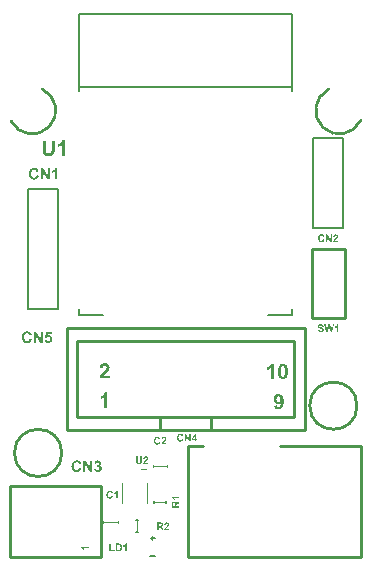
<source format=gbr>
G04*
G04 #@! TF.GenerationSoftware,Altium Limited,Altium Designer,22.4.2 (48)*
G04*
G04 Layer_Color=65535*
%FSLAX44Y44*%
%MOMM*%
G71*
G04*
G04 #@! TF.SameCoordinates,838EBF20-BE27-4DE5-A25A-4BBD7161CD63*
G04*
G04*
G04 #@! TF.FilePolarity,Positive*
G04*
G01*
G75*
%ADD10C,0.2540*%
%ADD11C,0.1270*%
%ADD12C,0.1000*%
%ADD13C,0.1200*%
G36*
X67810Y9451D02*
X63178D01*
X63187Y9442D01*
X63206Y9423D01*
X63233Y9386D01*
X63280Y9331D01*
X63335Y9266D01*
X63391Y9192D01*
X63455Y9100D01*
X63529Y8998D01*
X63603Y8887D01*
X63677Y8767D01*
X63760Y8637D01*
X63834Y8499D01*
X63973Y8203D01*
X64103Y7870D01*
X62993D01*
Y7879D01*
X62984Y7889D01*
X62975Y7916D01*
X62965Y7953D01*
X62919Y8046D01*
X62864Y8175D01*
X62790Y8332D01*
X62688Y8508D01*
X62558Y8702D01*
X62410Y8906D01*
X62401Y8915D01*
X62392Y8933D01*
X62364Y8961D01*
X62327Y8998D01*
X62235Y9100D01*
X62115Y9211D01*
X61967Y9340D01*
X61782Y9470D01*
X61588Y9590D01*
X61375Y9682D01*
Y10681D01*
X67810D01*
Y9451D01*
D02*
G37*
G36*
X81699Y166031D02*
X81866Y166012D01*
X82051Y165994D01*
X82255Y165957D01*
X82477Y165920D01*
X82958Y165790D01*
X83440Y165605D01*
X83699Y165494D01*
X83921Y165364D01*
X84162Y165198D01*
X84366Y165013D01*
X84384Y164994D01*
X84421Y164976D01*
X84458Y164902D01*
X84532Y164827D01*
X84625Y164735D01*
X84718Y164605D01*
X84810Y164476D01*
X84921Y164309D01*
X85106Y163939D01*
X85292Y163513D01*
X85366Y163272D01*
X85403Y163013D01*
X85440Y162735D01*
X85458Y162457D01*
Y162420D01*
Y162309D01*
X85440Y162143D01*
X85421Y161939D01*
X85384Y161680D01*
X85329Y161402D01*
X85254Y161106D01*
X85143Y160809D01*
X85125Y160772D01*
X85088Y160680D01*
X85014Y160513D01*
X84903Y160309D01*
X84773Y160069D01*
X84607Y159791D01*
X84403Y159495D01*
X84162Y159180D01*
X84143Y159161D01*
X84069Y159069D01*
X83958Y158939D01*
X83792Y158754D01*
X83569Y158532D01*
X83292Y158236D01*
X82958Y157921D01*
X82551Y157532D01*
X82533Y157513D01*
X82496Y157495D01*
X82440Y157439D01*
X82366Y157365D01*
X82162Y157180D01*
X81922Y156958D01*
X81681Y156717D01*
X81440Y156476D01*
X81218Y156273D01*
X81144Y156180D01*
X81070Y156106D01*
X81051Y156088D01*
X81014Y156051D01*
X80959Y155976D01*
X80885Y155884D01*
X80718Y155680D01*
X80570Y155440D01*
X85458D01*
Y153162D01*
X76848D01*
Y153181D01*
Y153217D01*
X76866Y153292D01*
X76885Y153384D01*
X76904Y153495D01*
X76922Y153625D01*
X76996Y153958D01*
X77107Y154328D01*
X77255Y154736D01*
X77441Y155180D01*
X77681Y155606D01*
Y155625D01*
X77718Y155662D01*
X77755Y155736D01*
X77829Y155810D01*
X77903Y155940D01*
X78015Y156069D01*
X78144Y156236D01*
X78292Y156421D01*
X78459Y156643D01*
X78663Y156865D01*
X78885Y157125D01*
X79144Y157402D01*
X79422Y157680D01*
X79737Y157995D01*
X80070Y158328D01*
X80440Y158680D01*
X80459Y158699D01*
X80514Y158754D01*
X80588Y158828D01*
X80700Y158939D01*
X80848Y159050D01*
X80996Y159198D01*
X81329Y159532D01*
X81662Y159883D01*
X81996Y160235D01*
X82144Y160383D01*
X82292Y160550D01*
X82403Y160680D01*
X82477Y160791D01*
X82496Y160828D01*
X82551Y160921D01*
X82644Y161069D01*
X82736Y161272D01*
X82829Y161495D01*
X82921Y161754D01*
X82977Y162013D01*
X82996Y162291D01*
Y162309D01*
Y162328D01*
Y162420D01*
X82977Y162587D01*
X82940Y162772D01*
X82884Y162976D01*
X82810Y163179D01*
X82699Y163383D01*
X82551Y163568D01*
X82533Y163587D01*
X82477Y163642D01*
X82366Y163717D01*
X82236Y163790D01*
X82051Y163865D01*
X81847Y163939D01*
X81607Y163994D01*
X81329Y164013D01*
X81199D01*
X81051Y163994D01*
X80885Y163957D01*
X80681Y163902D01*
X80477Y163809D01*
X80274Y163698D01*
X80088Y163550D01*
X80070Y163531D01*
X80014Y163457D01*
X79940Y163346D01*
X79866Y163179D01*
X79774Y162976D01*
X79700Y162698D01*
X79626Y162383D01*
X79588Y162013D01*
X77144Y162254D01*
Y162272D01*
X77163Y162346D01*
Y162439D01*
X77200Y162587D01*
X77218Y162754D01*
X77274Y162939D01*
X77329Y163142D01*
X77385Y163383D01*
X77570Y163846D01*
X77792Y164328D01*
X77941Y164568D01*
X78107Y164790D01*
X78292Y164976D01*
X78496Y165161D01*
X78514Y165179D01*
X78552Y165198D01*
X78607Y165235D01*
X78700Y165309D01*
X78811Y165364D01*
X78959Y165438D01*
X79107Y165531D01*
X79292Y165605D01*
X79496Y165698D01*
X79718Y165772D01*
X80199Y165920D01*
X80773Y166012D01*
X81070Y166031D01*
X81385Y166050D01*
X81570D01*
X81699Y166031D01*
D02*
G37*
G36*
X83493Y128270D02*
X81030D01*
Y137547D01*
X81012Y137528D01*
X80975Y137491D01*
X80901Y137436D01*
X80790Y137343D01*
X80660Y137232D01*
X80512Y137121D01*
X80327Y136991D01*
X80123Y136843D01*
X79901Y136695D01*
X79660Y136547D01*
X79401Y136380D01*
X79123Y136232D01*
X78531Y135954D01*
X77864Y135695D01*
Y137917D01*
X77882D01*
X77901Y137936D01*
X77957Y137954D01*
X78031Y137973D01*
X78216Y138065D01*
X78475Y138176D01*
X78790Y138324D01*
X79142Y138528D01*
X79531Y138787D01*
X79938Y139084D01*
X79956Y139102D01*
X79993Y139121D01*
X80049Y139176D01*
X80123Y139250D01*
X80327Y139436D01*
X80549Y139676D01*
X80808Y139972D01*
X81067Y140343D01*
X81308Y140732D01*
X81493Y141158D01*
X83493D01*
Y128270D01*
D02*
G37*
G36*
X228699Y139869D02*
X228847D01*
X229014Y139851D01*
X229199Y139813D01*
X229422Y139758D01*
X229644Y139702D01*
X229903Y139610D01*
X230162Y139517D01*
X230421Y139388D01*
X230699Y139239D01*
X230958Y139073D01*
X231218Y138869D01*
X231477Y138628D01*
X231717Y138369D01*
X231736Y138351D01*
X231773Y138295D01*
X231829Y138202D01*
X231921Y138073D01*
X232014Y137906D01*
X232125Y137703D01*
X232236Y137462D01*
X232347Y137184D01*
X232458Y136851D01*
X232588Y136481D01*
X232680Y136073D01*
X232773Y135629D01*
X232866Y135129D01*
X232921Y134592D01*
X232958Y134018D01*
X232977Y133388D01*
Y133370D01*
Y133351D01*
Y133296D01*
Y133240D01*
Y133055D01*
X232958Y132814D01*
X232940Y132518D01*
X232903Y132185D01*
X232866Y131833D01*
X232810Y131444D01*
X232736Y131018D01*
X232662Y130611D01*
X232551Y130185D01*
X232421Y129759D01*
X232273Y129370D01*
X232088Y128981D01*
X231903Y128629D01*
X231662Y128315D01*
X231644Y128296D01*
X231606Y128241D01*
X231532Y128167D01*
X231421Y128074D01*
X231292Y127963D01*
X231143Y127815D01*
X230958Y127685D01*
X230755Y127537D01*
X230532Y127389D01*
X230273Y127259D01*
X229995Y127130D01*
X229699Y127000D01*
X229366Y126907D01*
X229033Y126833D01*
X228681Y126778D01*
X228292Y126759D01*
X228144D01*
X228051Y126778D01*
X227922D01*
X227773Y126796D01*
X227422Y126852D01*
X227033Y126963D01*
X226644Y127093D01*
X226237Y127296D01*
X226051Y127407D01*
X225866Y127556D01*
X225848Y127574D01*
X225829Y127592D01*
X225774Y127648D01*
X225718Y127704D01*
X225644Y127796D01*
X225551Y127889D01*
X225477Y128018D01*
X225366Y128148D01*
X225274Y128315D01*
X225163Y128481D01*
X225070Y128685D01*
X224977Y128907D01*
X224885Y129129D01*
X224811Y129389D01*
X224737Y129648D01*
X224681Y129944D01*
X227051Y130222D01*
Y130185D01*
X227070Y130092D01*
X227088Y129963D01*
X227144Y129815D01*
X227199Y129629D01*
X227274Y129444D01*
X227366Y129277D01*
X227496Y129129D01*
X227514Y129111D01*
X227570Y129074D01*
X227644Y129018D01*
X227755Y128963D01*
X227903Y128907D01*
X228051Y128852D01*
X228255Y128815D01*
X228459Y128796D01*
X228496D01*
X228588Y128815D01*
X228718Y128833D01*
X228903Y128889D01*
X229107Y128963D01*
X229310Y129092D01*
X229533Y129259D01*
X229736Y129481D01*
X229755Y129518D01*
X229792Y129555D01*
X229829Y129629D01*
X229866Y129703D01*
X229921Y129815D01*
X229958Y129944D01*
X230033Y130111D01*
X230088Y130296D01*
X230144Y130500D01*
X230199Y130740D01*
X230255Y131000D01*
X230310Y131296D01*
X230347Y131629D01*
X230384Y132000D01*
X230421Y132388D01*
X230403Y132370D01*
X230384Y132351D01*
X230329Y132296D01*
X230255Y132222D01*
X230162Y132148D01*
X230051Y132055D01*
X229792Y131851D01*
X229459Y131648D01*
X229051Y131481D01*
X228829Y131407D01*
X228607Y131370D01*
X228366Y131333D01*
X228107Y131314D01*
X227959D01*
X227848Y131333D01*
X227718Y131351D01*
X227570Y131370D01*
X227218Y131462D01*
X226811Y131592D01*
X226607Y131703D01*
X226385Y131814D01*
X226162Y131944D01*
X225940Y132092D01*
X225718Y132277D01*
X225515Y132481D01*
X225496Y132499D01*
X225459Y132536D01*
X225422Y132611D01*
X225348Y132685D01*
X225255Y132814D01*
X225163Y132944D01*
X225070Y133111D01*
X224977Y133296D01*
X224866Y133499D01*
X224774Y133740D01*
X224681Y133981D01*
X224589Y134258D01*
X224515Y134536D01*
X224478Y134851D01*
X224440Y135184D01*
X224422Y135518D01*
Y135536D01*
Y135610D01*
Y135703D01*
X224440Y135851D01*
X224459Y136018D01*
X224478Y136203D01*
X224515Y136425D01*
X224570Y136647D01*
X224700Y137147D01*
X224792Y137425D01*
X224903Y137684D01*
X225033Y137943D01*
X225200Y138202D01*
X225366Y138443D01*
X225570Y138684D01*
X225588Y138702D01*
X225626Y138740D01*
X225681Y138795D01*
X225774Y138869D01*
X225903Y138962D01*
X226033Y139073D01*
X226200Y139165D01*
X226385Y139295D01*
X226570Y139406D01*
X226811Y139499D01*
X227051Y139610D01*
X227311Y139702D01*
X227588Y139776D01*
X227885Y139832D01*
X228181Y139869D01*
X228514Y139888D01*
X228607D01*
X228699Y139869D01*
D02*
G37*
G36*
X224463Y152654D02*
X222000D01*
Y161931D01*
X221982Y161912D01*
X221945Y161875D01*
X221871Y161820D01*
X221760Y161727D01*
X221630Y161616D01*
X221482Y161505D01*
X221297Y161375D01*
X221093Y161227D01*
X220871Y161079D01*
X220630Y160931D01*
X220371Y160764D01*
X220093Y160616D01*
X219501Y160338D01*
X218834Y160079D01*
Y162301D01*
X218853D01*
X218871Y162320D01*
X218927Y162338D01*
X219001Y162357D01*
X219186Y162449D01*
X219445Y162560D01*
X219760Y162708D01*
X220112Y162912D01*
X220501Y163171D01*
X220908Y163468D01*
X220926Y163486D01*
X220963Y163505D01*
X221019Y163560D01*
X221093Y163634D01*
X221297Y163820D01*
X221519Y164060D01*
X221778Y164356D01*
X222037Y164727D01*
X222278Y165116D01*
X222463Y165542D01*
X224463D01*
Y152654D01*
D02*
G37*
G36*
X232610Y165523D02*
X232759Y165504D01*
X232944Y165467D01*
X233129Y165431D01*
X233351Y165375D01*
X233592Y165301D01*
X233814Y165208D01*
X234055Y165116D01*
X234295Y164986D01*
X234536Y164819D01*
X234777Y164653D01*
X234999Y164449D01*
X235203Y164208D01*
X235221Y164190D01*
X235258Y164134D01*
X235314Y164042D01*
X235406Y163912D01*
X235499Y163727D01*
X235610Y163505D01*
X235721Y163264D01*
X235832Y162949D01*
X235943Y162616D01*
X236073Y162227D01*
X236166Y161801D01*
X236258Y161320D01*
X236351Y160801D01*
X236406Y160246D01*
X236443Y159635D01*
X236462Y158968D01*
Y158950D01*
Y158931D01*
Y158876D01*
Y158801D01*
Y158616D01*
X236443Y158376D01*
X236425Y158079D01*
X236388Y157727D01*
X236351Y157357D01*
X236314Y156950D01*
X236240Y156524D01*
X236147Y156080D01*
X236054Y155654D01*
X235925Y155228D01*
X235795Y154802D01*
X235610Y154413D01*
X235425Y154043D01*
X235203Y153728D01*
X235184Y153709D01*
X235147Y153672D01*
X235092Y153598D01*
X235018Y153524D01*
X234906Y153432D01*
X234777Y153321D01*
X234610Y153191D01*
X234443Y153080D01*
X234240Y152950D01*
X234036Y152821D01*
X233795Y152710D01*
X233536Y152617D01*
X233258Y152543D01*
X232944Y152469D01*
X232629Y152432D01*
X232295Y152413D01*
X232222D01*
X232110Y152432D01*
X231981D01*
X231833Y152450D01*
X231647Y152487D01*
X231444Y152524D01*
X231222Y152598D01*
X230981Y152673D01*
X230740Y152765D01*
X230481Y152876D01*
X230240Y153024D01*
X229981Y153173D01*
X229740Y153376D01*
X229499Y153580D01*
X229277Y153839D01*
X229259Y153858D01*
X229222Y153913D01*
X229166Y154006D01*
X229111Y154117D01*
X229018Y154284D01*
X228925Y154487D01*
X228814Y154746D01*
X228722Y155024D01*
X228611Y155357D01*
X228500Y155728D01*
X228407Y156154D01*
X228333Y156617D01*
X228259Y157135D01*
X228203Y157709D01*
X228166Y158320D01*
X228148Y158987D01*
Y159005D01*
Y159024D01*
Y159079D01*
Y159153D01*
Y159339D01*
X228166Y159579D01*
X228185Y159875D01*
X228222Y160227D01*
X228259Y160598D01*
X228296Y161005D01*
X228370Y161431D01*
X228444Y161857D01*
X228555Y162301D01*
X228666Y162727D01*
X228814Y163134D01*
X228981Y163523D01*
X229166Y163894D01*
X229388Y164208D01*
X229407Y164227D01*
X229444Y164264D01*
X229499Y164338D01*
X229592Y164412D01*
X229685Y164523D01*
X229814Y164634D01*
X229981Y164745D01*
X230148Y164875D01*
X230351Y165005D01*
X230555Y165116D01*
X230796Y165227D01*
X231055Y165338D01*
X231333Y165412D01*
X231647Y165486D01*
X231962Y165523D01*
X232295Y165542D01*
X232481D01*
X232610Y165523D01*
D02*
G37*
G36*
X16010Y192925D02*
X16163Y192911D01*
X16329Y192883D01*
X16523Y192855D01*
X16731Y192814D01*
X16953Y192759D01*
X17189Y192689D01*
X17425Y192606D01*
X17674Y192495D01*
X17910Y192384D01*
X18132Y192245D01*
X18368Y192079D01*
X18576Y191899D01*
X18590D01*
X18603Y191871D01*
X18645Y191829D01*
X18687Y191788D01*
X18742Y191718D01*
X18798Y191635D01*
X18950Y191441D01*
X19103Y191191D01*
X19269Y190886D01*
X19422Y190539D01*
X19560Y190137D01*
X17646Y189680D01*
Y189694D01*
X17633Y189707D01*
Y189749D01*
X17605Y189804D01*
X17563Y189929D01*
X17494Y190096D01*
X17397Y190290D01*
X17272Y190484D01*
X17106Y190678D01*
X16925Y190845D01*
X16898Y190858D01*
X16828Y190914D01*
X16717Y190983D01*
X16565Y191066D01*
X16371Y191150D01*
X16149Y191219D01*
X15899Y191275D01*
X15622Y191288D01*
X15525D01*
X15441Y191275D01*
X15358Y191261D01*
X15247Y191247D01*
X15012Y191191D01*
X14734Y191094D01*
X14443Y190956D01*
X14290Y190872D01*
X14152Y190775D01*
X14013Y190651D01*
X13888Y190512D01*
Y190498D01*
X13860Y190470D01*
X13833Y190429D01*
X13791Y190359D01*
X13736Y190276D01*
X13680Y190179D01*
X13625Y190054D01*
X13569Y189915D01*
X13500Y189749D01*
X13444Y189569D01*
X13389Y189361D01*
X13333Y189139D01*
X13292Y188889D01*
X13264Y188626D01*
X13250Y188334D01*
X13236Y188015D01*
Y188002D01*
Y187932D01*
Y187835D01*
X13250Y187724D01*
Y187572D01*
X13278Y187391D01*
X13292Y187211D01*
X13320Y187003D01*
X13403Y186573D01*
X13514Y186143D01*
X13583Y185935D01*
X13680Y185741D01*
X13777Y185561D01*
X13888Y185408D01*
X13902Y185394D01*
X13916Y185380D01*
X13958Y185339D01*
X14013Y185283D01*
X14152Y185173D01*
X14346Y185034D01*
X14582Y184881D01*
X14873Y184770D01*
X15206Y184673D01*
X15386Y184659D01*
X15580Y184646D01*
X15649D01*
X15705Y184659D01*
X15857Y184673D01*
X16038Y184701D01*
X16232Y184770D01*
X16454Y184853D01*
X16676Y184964D01*
X16898Y185131D01*
X16925Y185159D01*
X16995Y185228D01*
X17092Y185339D01*
X17203Y185505D01*
X17341Y185727D01*
X17466Y185991D01*
X17591Y186310D01*
X17702Y186684D01*
X19588Y186102D01*
Y186088D01*
X19574Y186032D01*
X19547Y185949D01*
X19505Y185838D01*
X19449Y185713D01*
X19394Y185561D01*
X19325Y185394D01*
X19241Y185214D01*
X19047Y184840D01*
X18798Y184451D01*
X18492Y184077D01*
X18326Y183910D01*
X18146Y183758D01*
X18132Y183744D01*
X18104Y183730D01*
X18049Y183689D01*
X17966Y183633D01*
X17868Y183578D01*
X17744Y183522D01*
X17605Y183453D01*
X17452Y183383D01*
X17272Y183300D01*
X17078Y183231D01*
X16870Y183175D01*
X16648Y183120D01*
X16412Y183064D01*
X16149Y183023D01*
X15885Y183009D01*
X15594Y182995D01*
X15511D01*
X15414Y183009D01*
X15275Y183023D01*
X15122Y183037D01*
X14928Y183064D01*
X14720Y183106D01*
X14484Y183162D01*
X14249Y183231D01*
X13999Y183314D01*
X13736Y183425D01*
X13472Y183550D01*
X13209Y183689D01*
X12945Y183869D01*
X12695Y184063D01*
X12460Y184299D01*
X12446Y184313D01*
X12404Y184354D01*
X12349Y184437D01*
X12266Y184534D01*
X12182Y184673D01*
X12071Y184826D01*
X11961Y185020D01*
X11849Y185242D01*
X11739Y185478D01*
X11628Y185741D01*
X11517Y186046D01*
X11434Y186365D01*
X11350Y186698D01*
X11295Y187072D01*
X11253Y187461D01*
X11239Y187877D01*
Y187891D01*
Y187904D01*
Y187988D01*
X11253Y188113D01*
Y188279D01*
X11281Y188473D01*
X11309Y188709D01*
X11336Y188958D01*
X11392Y189250D01*
X11461Y189541D01*
X11544Y189846D01*
X11641Y190151D01*
X11766Y190470D01*
X11905Y190775D01*
X12071Y191066D01*
X12252Y191344D01*
X12474Y191607D01*
X12487Y191621D01*
X12529Y191663D01*
X12598Y191732D01*
X12695Y191815D01*
X12820Y191912D01*
X12973Y192023D01*
X13139Y192148D01*
X13347Y192273D01*
X13569Y192398D01*
X13805Y192523D01*
X14082Y192634D01*
X14360Y192731D01*
X14679Y192814D01*
X14998Y192883D01*
X15358Y192925D01*
X15719Y192939D01*
X15885D01*
X16010Y192925D01*
D02*
G37*
G36*
X28894Y183162D02*
X26952D01*
X23055Y189485D01*
Y183162D01*
X21266D01*
Y192759D01*
X23138D01*
X27105Y186296D01*
Y192759D01*
X28894D01*
Y183162D01*
D02*
G37*
G36*
X36591Y190914D02*
X33110D01*
X32819Y189277D01*
X32832D01*
X32846Y189291D01*
X32929Y189333D01*
X33054Y189375D01*
X33207Y189444D01*
X33401Y189499D01*
X33609Y189541D01*
X33845Y189583D01*
X34081Y189597D01*
X34205D01*
X34289Y189583D01*
X34386Y189569D01*
X34511Y189555D01*
X34649Y189527D01*
X34802Y189485D01*
X35121Y189375D01*
X35301Y189305D01*
X35467Y189222D01*
X35648Y189111D01*
X35828Y188986D01*
X35994Y188848D01*
X36161Y188695D01*
X36175Y188681D01*
X36202Y188653D01*
X36244Y188598D01*
X36300Y188529D01*
X36355Y188445D01*
X36438Y188334D01*
X36507Y188210D01*
X36591Y188071D01*
X36674Y187918D01*
X36743Y187738D01*
X36827Y187544D01*
X36882Y187350D01*
X36937Y187128D01*
X36979Y186892D01*
X37007Y186642D01*
X37021Y186379D01*
Y186365D01*
Y186324D01*
Y186268D01*
X37007Y186185D01*
Y186074D01*
X36979Y185949D01*
X36965Y185810D01*
X36937Y185672D01*
X36854Y185339D01*
X36729Y184978D01*
X36646Y184784D01*
X36563Y184604D01*
X36452Y184424D01*
X36327Y184243D01*
X36313Y184229D01*
X36286Y184188D01*
X36230Y184132D01*
X36161Y184049D01*
X36064Y183952D01*
X35939Y183841D01*
X35800Y183730D01*
X35648Y183619D01*
X35467Y183494D01*
X35273Y183383D01*
X35065Y183272D01*
X34829Y183175D01*
X34580Y183092D01*
X34316Y183037D01*
X34025Y182995D01*
X33720Y182981D01*
X33595D01*
X33498Y182995D01*
X33387Y183009D01*
X33249Y183023D01*
X33110Y183037D01*
X32943Y183064D01*
X32610Y183148D01*
X32236Y183286D01*
X32056Y183356D01*
X31876Y183453D01*
X31709Y183564D01*
X31543Y183689D01*
X31529Y183702D01*
X31501Y183716D01*
X31459Y183758D01*
X31404Y183813D01*
X31349Y183897D01*
X31265Y183980D01*
X31196Y184077D01*
X31113Y184188D01*
X31016Y184326D01*
X30933Y184465D01*
X30780Y184798D01*
X30641Y185173D01*
X30600Y185380D01*
X30558Y185602D01*
X32389Y185797D01*
Y185769D01*
X32403Y185700D01*
X32430Y185575D01*
X32472Y185436D01*
X32527Y185283D01*
X32610Y185117D01*
X32722Y184964D01*
X32846Y184812D01*
X32860Y184798D01*
X32916Y184756D01*
X32999Y184701D01*
X33110Y184632D01*
X33235Y184562D01*
X33387Y184507D01*
X33567Y184465D01*
X33748Y184451D01*
X33775D01*
X33845Y184465D01*
X33956Y184479D01*
X34094Y184507D01*
X34247Y184562D01*
X34413Y184646D01*
X34580Y184770D01*
X34732Y184923D01*
X34746Y184951D01*
X34802Y185006D01*
X34857Y185117D01*
X34940Y185283D01*
X35010Y185478D01*
X35079Y185713D01*
X35121Y186005D01*
X35135Y186337D01*
Y186351D01*
Y186379D01*
Y186421D01*
Y186490D01*
X35121Y186642D01*
X35079Y186837D01*
X35038Y187059D01*
X34968Y187280D01*
X34871Y187488D01*
X34732Y187669D01*
X34718Y187683D01*
X34663Y187738D01*
X34566Y187807D01*
X34455Y187904D01*
X34302Y187988D01*
X34122Y188057D01*
X33914Y188113D01*
X33692Y188126D01*
X33609D01*
X33554Y188113D01*
X33415Y188085D01*
X33221Y188043D01*
X32999Y187960D01*
X32763Y187835D01*
X32638Y187752D01*
X32513Y187655D01*
X32389Y187544D01*
X32264Y187419D01*
X30780Y187627D01*
X31723Y192634D01*
X36591D01*
Y190914D01*
D02*
G37*
G36*
X21985Y331348D02*
X22137Y331334D01*
X22304Y331306D01*
X22498Y331279D01*
X22706Y331237D01*
X22928Y331181D01*
X23163Y331112D01*
X23399Y331029D01*
X23649Y330918D01*
X23884Y330807D01*
X24106Y330668D01*
X24342Y330502D01*
X24550Y330322D01*
X24564D01*
X24578Y330294D01*
X24620Y330252D01*
X24661Y330211D01*
X24717Y330141D01*
X24772Y330058D01*
X24925Y329864D01*
X25077Y329614D01*
X25244Y329309D01*
X25396Y328963D01*
X25535Y328560D01*
X23621Y328103D01*
Y328117D01*
X23607Y328130D01*
Y328172D01*
X23579Y328228D01*
X23538Y328352D01*
X23468Y328519D01*
X23371Y328713D01*
X23247Y328907D01*
X23080Y329101D01*
X22900Y329268D01*
X22872Y329282D01*
X22803Y329337D01*
X22692Y329406D01*
X22539Y329490D01*
X22345Y329573D01*
X22123Y329642D01*
X21874Y329698D01*
X21596Y329711D01*
X21499D01*
X21416Y329698D01*
X21333Y329684D01*
X21222Y329670D01*
X20986Y329614D01*
X20709Y329517D01*
X20417Y329379D01*
X20265Y329295D01*
X20126Y329198D01*
X19987Y329073D01*
X19863Y328935D01*
Y328921D01*
X19835Y328893D01*
X19807Y328852D01*
X19766Y328782D01*
X19710Y328699D01*
X19655Y328602D01*
X19599Y328477D01*
X19544Y328339D01*
X19474Y328172D01*
X19419Y327992D01*
X19363Y327784D01*
X19308Y327562D01*
X19266Y327312D01*
X19239Y327049D01*
X19225Y326758D01*
X19211Y326438D01*
Y326425D01*
Y326355D01*
Y326258D01*
X19225Y326147D01*
Y325995D01*
X19253Y325815D01*
X19266Y325634D01*
X19294Y325426D01*
X19377Y324996D01*
X19488Y324566D01*
X19558Y324358D01*
X19655Y324164D01*
X19752Y323984D01*
X19863Y323831D01*
X19877Y323817D01*
X19890Y323803D01*
X19932Y323762D01*
X19987Y323707D01*
X20126Y323596D01*
X20320Y323457D01*
X20556Y323304D01*
X20847Y323193D01*
X21180Y323096D01*
X21360Y323082D01*
X21555Y323069D01*
X21624D01*
X21679Y323082D01*
X21832Y323096D01*
X22012Y323124D01*
X22206Y323193D01*
X22428Y323276D01*
X22650Y323387D01*
X22872Y323554D01*
X22900Y323582D01*
X22969Y323651D01*
X23066Y323762D01*
X23177Y323928D01*
X23316Y324150D01*
X23441Y324414D01*
X23566Y324733D01*
X23677Y325107D01*
X25563Y324525D01*
Y324511D01*
X25549Y324455D01*
X25521Y324372D01*
X25479Y324261D01*
X25424Y324136D01*
X25368Y323984D01*
X25299Y323817D01*
X25216Y323637D01*
X25022Y323263D01*
X24772Y322874D01*
X24467Y322500D01*
X24301Y322333D01*
X24120Y322181D01*
X24106Y322167D01*
X24079Y322153D01*
X24023Y322112D01*
X23940Y322056D01*
X23843Y322001D01*
X23718Y321945D01*
X23579Y321876D01*
X23427Y321806D01*
X23247Y321723D01*
X23052Y321654D01*
X22844Y321599D01*
X22622Y321543D01*
X22387Y321488D01*
X22123Y321446D01*
X21860Y321432D01*
X21569Y321418D01*
X21485D01*
X21388Y321432D01*
X21249Y321446D01*
X21097Y321460D01*
X20903Y321488D01*
X20695Y321529D01*
X20459Y321585D01*
X20223Y321654D01*
X19974Y321737D01*
X19710Y321848D01*
X19447Y321973D01*
X19183Y322112D01*
X18920Y322292D01*
X18670Y322486D01*
X18434Y322722D01*
X18420Y322736D01*
X18379Y322777D01*
X18323Y322860D01*
X18240Y322958D01*
X18157Y323096D01*
X18046Y323249D01*
X17935Y323443D01*
X17824Y323665D01*
X17713Y323901D01*
X17602Y324164D01*
X17491Y324469D01*
X17408Y324788D01*
X17325Y325121D01*
X17269Y325495D01*
X17228Y325884D01*
X17214Y326300D01*
Y326314D01*
Y326328D01*
Y326411D01*
X17228Y326536D01*
Y326702D01*
X17255Y326896D01*
X17283Y327132D01*
X17311Y327382D01*
X17366Y327673D01*
X17436Y327964D01*
X17519Y328269D01*
X17616Y328574D01*
X17741Y328893D01*
X17880Y329198D01*
X18046Y329490D01*
X18226Y329767D01*
X18448Y330031D01*
X18462Y330044D01*
X18504Y330086D01*
X18573Y330155D01*
X18670Y330238D01*
X18795Y330336D01*
X18947Y330447D01*
X19114Y330571D01*
X19322Y330696D01*
X19544Y330821D01*
X19779Y330946D01*
X20057Y331057D01*
X20334Y331154D01*
X20653Y331237D01*
X20972Y331306D01*
X21333Y331348D01*
X21693Y331362D01*
X21860D01*
X21985Y331348D01*
D02*
G37*
G36*
X34868Y321585D02*
X32927D01*
X29030Y327909D01*
Y321585D01*
X27241D01*
Y331181D01*
X29113D01*
X33079Y324719D01*
Y331181D01*
X34868D01*
Y321585D01*
D02*
G37*
G36*
X41206D02*
X39362D01*
Y328533D01*
X39348Y328519D01*
X39320Y328491D01*
X39265Y328450D01*
X39181Y328380D01*
X39084Y328297D01*
X38973Y328214D01*
X38835Y328117D01*
X38682Y328006D01*
X38516Y327895D01*
X38335Y327784D01*
X38141Y327659D01*
X37933Y327548D01*
X37489Y327340D01*
X36990Y327146D01*
Y328810D01*
X37004D01*
X37018Y328824D01*
X37060Y328838D01*
X37115Y328852D01*
X37254Y328921D01*
X37448Y329004D01*
X37684Y329115D01*
X37947Y329268D01*
X38238Y329462D01*
X38543Y329684D01*
X38557Y329698D01*
X38585Y329711D01*
X38627Y329753D01*
X38682Y329809D01*
X38835Y329947D01*
X39001Y330127D01*
X39195Y330349D01*
X39389Y330627D01*
X39570Y330918D01*
X39708Y331237D01*
X41206D01*
Y321585D01*
D02*
G37*
G36*
X265189Y275085D02*
X265291Y275076D01*
X265402Y275058D01*
X265531Y275039D01*
X265670Y275011D01*
X265818Y274974D01*
X265975Y274928D01*
X266132Y274873D01*
X266299Y274799D01*
X266456Y274725D01*
X266604Y274632D01*
X266761Y274521D01*
X266900Y274401D01*
X266909D01*
X266918Y274383D01*
X266946Y274355D01*
X266974Y274327D01*
X267010Y274281D01*
X267048Y274226D01*
X267149Y274096D01*
X267251Y273930D01*
X267362Y273726D01*
X267464Y273495D01*
X267556Y273227D01*
X266280Y272922D01*
Y272931D01*
X266271Y272940D01*
Y272968D01*
X266252Y273005D01*
X266225Y273088D01*
X266178Y273199D01*
X266114Y273329D01*
X266031Y273458D01*
X265920Y273587D01*
X265799Y273699D01*
X265781Y273708D01*
X265735Y273745D01*
X265661Y273791D01*
X265559Y273846D01*
X265429Y273902D01*
X265282Y273948D01*
X265115Y273985D01*
X264930Y273994D01*
X264866D01*
X264810Y273985D01*
X264755Y273976D01*
X264681Y273967D01*
X264524Y273930D01*
X264339Y273865D01*
X264144Y273772D01*
X264043Y273717D01*
X263950Y273652D01*
X263858Y273569D01*
X263775Y273477D01*
Y273467D01*
X263756Y273449D01*
X263738Y273421D01*
X263710Y273375D01*
X263673Y273319D01*
X263636Y273255D01*
X263599Y273172D01*
X263562Y273079D01*
X263516Y272968D01*
X263479Y272848D01*
X263442Y272709D01*
X263405Y272561D01*
X263377Y272395D01*
X263358Y272219D01*
X263349Y272025D01*
X263340Y271812D01*
Y271803D01*
Y271757D01*
Y271692D01*
X263349Y271618D01*
Y271516D01*
X263368Y271396D01*
X263377Y271276D01*
X263396Y271137D01*
X263451Y270851D01*
X263525Y270564D01*
X263571Y270425D01*
X263636Y270296D01*
X263701Y270176D01*
X263775Y270074D01*
X263784Y270065D01*
X263793Y270056D01*
X263821Y270028D01*
X263858Y269991D01*
X263950Y269917D01*
X264080Y269825D01*
X264237Y269723D01*
X264431Y269649D01*
X264653Y269584D01*
X264773Y269575D01*
X264902Y269566D01*
X264949D01*
X264986Y269575D01*
X265088Y269584D01*
X265208Y269603D01*
X265337Y269649D01*
X265485Y269704D01*
X265633Y269778D01*
X265781Y269889D01*
X265799Y269908D01*
X265846Y269954D01*
X265910Y270028D01*
X265984Y270139D01*
X266077Y270287D01*
X266160Y270462D01*
X266243Y270675D01*
X266317Y270925D01*
X267575Y270536D01*
Y270527D01*
X267565Y270490D01*
X267547Y270435D01*
X267519Y270361D01*
X267482Y270278D01*
X267445Y270176D01*
X267399Y270065D01*
X267343Y269945D01*
X267214Y269695D01*
X267048Y269436D01*
X266844Y269187D01*
X266733Y269076D01*
X266613Y268974D01*
X266604Y268965D01*
X266585Y268955D01*
X266548Y268928D01*
X266493Y268891D01*
X266428Y268854D01*
X266345Y268817D01*
X266252Y268771D01*
X266151Y268724D01*
X266031Y268669D01*
X265901Y268623D01*
X265762Y268586D01*
X265614Y268549D01*
X265457Y268512D01*
X265282Y268484D01*
X265106Y268475D01*
X264912Y268465D01*
X264856D01*
X264792Y268475D01*
X264699Y268484D01*
X264597Y268493D01*
X264468Y268512D01*
X264329Y268539D01*
X264172Y268576D01*
X264015Y268623D01*
X263848Y268678D01*
X263673Y268752D01*
X263497Y268835D01*
X263321Y268928D01*
X263146Y269048D01*
X262980Y269177D01*
X262822Y269335D01*
X262813Y269344D01*
X262785Y269371D01*
X262748Y269427D01*
X262693Y269492D01*
X262637Y269584D01*
X262563Y269686D01*
X262489Y269815D01*
X262416Y269963D01*
X262341Y270120D01*
X262267Y270296D01*
X262194Y270499D01*
X262138Y270712D01*
X262083Y270934D01*
X262046Y271184D01*
X262018Y271443D01*
X262009Y271720D01*
Y271729D01*
Y271738D01*
Y271794D01*
X262018Y271877D01*
Y271988D01*
X262036Y272118D01*
X262055Y272275D01*
X262073Y272441D01*
X262110Y272635D01*
X262157Y272829D01*
X262212Y273033D01*
X262277Y273236D01*
X262360Y273449D01*
X262453Y273652D01*
X262563Y273846D01*
X262684Y274031D01*
X262831Y274207D01*
X262841Y274216D01*
X262868Y274244D01*
X262915Y274290D01*
X262980Y274346D01*
X263063Y274410D01*
X263164Y274484D01*
X263275Y274568D01*
X263414Y274651D01*
X263562Y274734D01*
X263719Y274817D01*
X263904Y274891D01*
X264089Y274956D01*
X264302Y275011D01*
X264514Y275058D01*
X264755Y275085D01*
X264995Y275095D01*
X265106D01*
X265189Y275085D01*
D02*
G37*
G36*
X273778Y268576D02*
X272484D01*
X269886Y272792D01*
Y268576D01*
X268693D01*
Y274974D01*
X269941D01*
X272586Y270666D01*
Y274974D01*
X273778D01*
Y268576D01*
D02*
G37*
G36*
X277134Y275002D02*
X277218Y274993D01*
X277310Y274984D01*
X277412Y274965D01*
X277523Y274947D01*
X277763Y274882D01*
X278004Y274789D01*
X278133Y274734D01*
X278244Y274669D01*
X278364Y274586D01*
X278466Y274494D01*
X278475Y274484D01*
X278494Y274475D01*
X278512Y274438D01*
X278549Y274401D01*
X278595Y274355D01*
X278641Y274290D01*
X278688Y274226D01*
X278743Y274142D01*
X278836Y273957D01*
X278928Y273745D01*
X278965Y273624D01*
X278984Y273495D01*
X279002Y273356D01*
X279011Y273218D01*
Y273199D01*
Y273144D01*
X279002Y273060D01*
X278993Y272959D01*
X278974Y272829D01*
X278947Y272691D01*
X278910Y272543D01*
X278854Y272395D01*
X278845Y272376D01*
X278826Y272330D01*
X278789Y272247D01*
X278734Y272145D01*
X278669Y272025D01*
X278586Y271886D01*
X278484Y271738D01*
X278364Y271581D01*
X278355Y271572D01*
X278318Y271526D01*
X278262Y271461D01*
X278179Y271369D01*
X278068Y271258D01*
X277930Y271110D01*
X277763Y270952D01*
X277560Y270758D01*
X277551Y270749D01*
X277532Y270740D01*
X277504Y270712D01*
X277467Y270675D01*
X277366Y270583D01*
X277245Y270472D01*
X277125Y270352D01*
X277005Y270231D01*
X276894Y270130D01*
X276857Y270083D01*
X276820Y270047D01*
X276811Y270037D01*
X276792Y270019D01*
X276765Y269982D01*
X276728Y269935D01*
X276644Y269834D01*
X276570Y269714D01*
X279011D01*
Y268576D01*
X274712D01*
Y268586D01*
Y268604D01*
X274721Y268641D01*
X274731Y268687D01*
X274740Y268743D01*
X274749Y268808D01*
X274786Y268974D01*
X274842Y269159D01*
X274916Y269362D01*
X275008Y269584D01*
X275128Y269797D01*
Y269806D01*
X275147Y269825D01*
X275165Y269862D01*
X275202Y269898D01*
X275239Y269963D01*
X275295Y270028D01*
X275359Y270111D01*
X275433Y270204D01*
X275516Y270315D01*
X275618Y270425D01*
X275729Y270555D01*
X275859Y270694D01*
X275997Y270832D01*
X276154Y270989D01*
X276321Y271156D01*
X276506Y271332D01*
X276515Y271341D01*
X276543Y271369D01*
X276580Y271406D01*
X276635Y271461D01*
X276709Y271516D01*
X276783Y271590D01*
X276950Y271757D01*
X277116Y271933D01*
X277282Y272108D01*
X277356Y272182D01*
X277430Y272265D01*
X277486Y272330D01*
X277523Y272386D01*
X277532Y272404D01*
X277560Y272450D01*
X277606Y272524D01*
X277652Y272626D01*
X277698Y272737D01*
X277745Y272866D01*
X277772Y272996D01*
X277782Y273134D01*
Y273144D01*
Y273153D01*
Y273199D01*
X277772Y273282D01*
X277754Y273375D01*
X277726Y273477D01*
X277689Y273578D01*
X277634Y273680D01*
X277560Y273772D01*
X277551Y273782D01*
X277523Y273809D01*
X277467Y273846D01*
X277403Y273883D01*
X277310Y273920D01*
X277208Y273957D01*
X277088Y273985D01*
X276950Y273994D01*
X276885D01*
X276811Y273985D01*
X276728Y273967D01*
X276626Y273939D01*
X276524Y273893D01*
X276423Y273837D01*
X276330Y273763D01*
X276321Y273754D01*
X276293Y273717D01*
X276256Y273661D01*
X276219Y273578D01*
X276173Y273477D01*
X276136Y273338D01*
X276099Y273181D01*
X276080Y272996D01*
X274860Y273116D01*
Y273125D01*
X274869Y273162D01*
Y273208D01*
X274888Y273282D01*
X274897Y273366D01*
X274925Y273458D01*
X274953Y273560D01*
X274980Y273680D01*
X275073Y273911D01*
X275184Y274151D01*
X275258Y274272D01*
X275341Y274383D01*
X275433Y274475D01*
X275535Y274568D01*
X275544Y274577D01*
X275563Y274586D01*
X275590Y274604D01*
X275637Y274641D01*
X275692Y274669D01*
X275766Y274706D01*
X275840Y274753D01*
X275933Y274789D01*
X276034Y274836D01*
X276145Y274873D01*
X276386Y274947D01*
X276672Y274993D01*
X276820Y275002D01*
X276977Y275011D01*
X277070D01*
X277134Y275002D01*
D02*
G37*
G36*
X112965Y83686D02*
Y83677D01*
Y83640D01*
Y83575D01*
Y83501D01*
Y83409D01*
X112956Y83298D01*
Y83177D01*
Y83057D01*
X112937Y82789D01*
X112919Y82512D01*
X112910Y82392D01*
X112891Y82271D01*
X112873Y82160D01*
X112854Y82059D01*
Y82050D01*
X112845Y82040D01*
Y82013D01*
X112836Y81985D01*
X112808Y81892D01*
X112771Y81781D01*
X112716Y81652D01*
X112651Y81523D01*
X112568Y81384D01*
X112466Y81254D01*
X112457Y81236D01*
X112420Y81199D01*
X112355Y81143D01*
X112272Y81069D01*
X112161Y80986D01*
X112031Y80903D01*
X111883Y80811D01*
X111717Y80737D01*
X111708D01*
X111699Y80727D01*
X111671Y80718D01*
X111634Y80709D01*
X111588Y80690D01*
X111532Y80672D01*
X111458Y80653D01*
X111384Y80644D01*
X111209Y80607D01*
X110996Y80570D01*
X110756Y80552D01*
X110487Y80542D01*
X110339D01*
X110256Y80552D01*
X110173D01*
X110071Y80561D01*
X109970Y80570D01*
X109748Y80589D01*
X109517Y80626D01*
X109285Y80681D01*
X109184Y80709D01*
X109091Y80746D01*
X109082D01*
X109073Y80755D01*
X109017Y80783D01*
X108925Y80829D01*
X108823Y80894D01*
X108703Y80977D01*
X108574Y81069D01*
X108453Y81180D01*
X108343Y81301D01*
X108333Y81319D01*
X108296Y81356D01*
X108250Y81430D01*
X108195Y81523D01*
X108139Y81624D01*
X108074Y81744D01*
X108028Y81874D01*
X107982Y82013D01*
Y82022D01*
X107973Y82040D01*
Y82068D01*
X107963Y82114D01*
X107954Y82170D01*
X107945Y82244D01*
X107936Y82327D01*
X107926Y82419D01*
X107908Y82530D01*
X107899Y82650D01*
X107889Y82780D01*
X107880Y82928D01*
X107871Y83085D01*
Y83261D01*
X107862Y83446D01*
Y83640D01*
Y87061D01*
X109156D01*
Y83584D01*
Y83575D01*
Y83547D01*
Y83510D01*
Y83455D01*
Y83381D01*
Y83307D01*
X109165Y83140D01*
Y82956D01*
X109175Y82780D01*
X109184Y82697D01*
Y82623D01*
X109193Y82567D01*
X109202Y82512D01*
Y82493D01*
X109221Y82447D01*
X109249Y82373D01*
X109285Y82281D01*
X109332Y82179D01*
X109406Y82077D01*
X109489Y81966D01*
X109591Y81874D01*
X109609Y81865D01*
X109646Y81837D01*
X109720Y81800D01*
X109812Y81763D01*
X109942Y81717D01*
X110090Y81680D01*
X110256Y81652D01*
X110450Y81643D01*
X110543D01*
X110635Y81652D01*
X110756Y81670D01*
X110894Y81698D01*
X111024Y81735D01*
X111162Y81791D01*
X111273Y81865D01*
X111283Y81874D01*
X111320Y81902D01*
X111366Y81948D01*
X111421Y82013D01*
X111477Y82096D01*
X111532Y82188D01*
X111578Y82290D01*
X111606Y82410D01*
Y82429D01*
X111615Y82475D01*
X111625Y82558D01*
X111643Y82669D01*
Y82743D01*
X111652Y82826D01*
Y82919D01*
X111662Y83011D01*
Y83122D01*
X111671Y83242D01*
Y83372D01*
Y83510D01*
Y87061D01*
X112965D01*
Y83686D01*
D02*
G37*
G36*
X116321Y87088D02*
X116405Y87079D01*
X116497Y87070D01*
X116599Y87051D01*
X116710Y87033D01*
X116950Y86968D01*
X117191Y86876D01*
X117320Y86820D01*
X117431Y86756D01*
X117551Y86672D01*
X117653Y86580D01*
X117662Y86571D01*
X117681Y86561D01*
X117699Y86524D01*
X117736Y86487D01*
X117782Y86441D01*
X117829Y86376D01*
X117875Y86312D01*
X117930Y86229D01*
X118023Y86044D01*
X118115Y85831D01*
X118152Y85711D01*
X118171Y85581D01*
X118189Y85443D01*
X118198Y85304D01*
Y85285D01*
Y85230D01*
X118189Y85147D01*
X118180Y85045D01*
X118161Y84916D01*
X118134Y84777D01*
X118097Y84629D01*
X118041Y84481D01*
X118032Y84463D01*
X118013Y84416D01*
X117976Y84333D01*
X117921Y84231D01*
X117856Y84111D01*
X117773Y83973D01*
X117671Y83825D01*
X117551Y83667D01*
X117542Y83658D01*
X117505Y83612D01*
X117449Y83547D01*
X117366Y83455D01*
X117255Y83344D01*
X117117Y83196D01*
X116950Y83039D01*
X116747Y82845D01*
X116737Y82835D01*
X116719Y82826D01*
X116691Y82798D01*
X116654Y82761D01*
X116553Y82669D01*
X116432Y82558D01*
X116312Y82438D01*
X116192Y82318D01*
X116081Y82216D01*
X116044Y82170D01*
X116007Y82133D01*
X115998Y82123D01*
X115979Y82105D01*
X115952Y82068D01*
X115915Y82022D01*
X115831Y81920D01*
X115758Y81800D01*
X118198D01*
Y80663D01*
X113899D01*
Y80672D01*
Y80690D01*
X113908Y80727D01*
X113918Y80774D01*
X113927Y80829D01*
X113936Y80894D01*
X113973Y81060D01*
X114029Y81245D01*
X114102Y81448D01*
X114195Y81670D01*
X114315Y81883D01*
Y81892D01*
X114334Y81911D01*
X114352Y81948D01*
X114389Y81985D01*
X114426Y82050D01*
X114482Y82114D01*
X114546Y82197D01*
X114620Y82290D01*
X114704Y82401D01*
X114805Y82512D01*
X114916Y82641D01*
X115045Y82780D01*
X115184Y82919D01*
X115341Y83076D01*
X115508Y83242D01*
X115693Y83418D01*
X115702Y83427D01*
X115730Y83455D01*
X115767Y83492D01*
X115822Y83547D01*
X115896Y83603D01*
X115970Y83677D01*
X116137Y83843D01*
X116303Y84019D01*
X116469Y84194D01*
X116543Y84268D01*
X116617Y84352D01*
X116673Y84416D01*
X116710Y84472D01*
X116719Y84490D01*
X116747Y84537D01*
X116793Y84611D01*
X116839Y84712D01*
X116885Y84823D01*
X116932Y84953D01*
X116959Y85082D01*
X116969Y85221D01*
Y85230D01*
Y85239D01*
Y85285D01*
X116959Y85369D01*
X116941Y85461D01*
X116913Y85563D01*
X116876Y85665D01*
X116821Y85766D01*
X116747Y85859D01*
X116737Y85868D01*
X116710Y85896D01*
X116654Y85933D01*
X116590Y85970D01*
X116497Y86007D01*
X116395Y86044D01*
X116275Y86071D01*
X116137Y86081D01*
X116072D01*
X115998Y86071D01*
X115915Y86053D01*
X115813Y86025D01*
X115711Y85979D01*
X115610Y85923D01*
X115517Y85849D01*
X115508Y85840D01*
X115480Y85803D01*
X115443Y85748D01*
X115406Y85665D01*
X115360Y85563D01*
X115323Y85424D01*
X115286Y85267D01*
X115267Y85082D01*
X114047Y85202D01*
Y85211D01*
X114056Y85248D01*
Y85295D01*
X114075Y85369D01*
X114084Y85452D01*
X114112Y85544D01*
X114139Y85646D01*
X114167Y85766D01*
X114260Y85997D01*
X114371Y86238D01*
X114445Y86358D01*
X114528Y86469D01*
X114620Y86561D01*
X114722Y86654D01*
X114731Y86663D01*
X114750Y86672D01*
X114777Y86691D01*
X114824Y86728D01*
X114879Y86756D01*
X114953Y86792D01*
X115027Y86839D01*
X115119Y86876D01*
X115221Y86922D01*
X115332Y86959D01*
X115573Y87033D01*
X115859Y87079D01*
X116007Y87088D01*
X116164Y87098D01*
X116257D01*
X116321Y87088D01*
D02*
G37*
G36*
X38980Y347711D02*
Y347693D01*
Y347619D01*
Y347489D01*
Y347341D01*
Y347156D01*
X38961Y346934D01*
Y346693D01*
Y346452D01*
X38924Y345915D01*
X38887Y345360D01*
X38869Y345119D01*
X38831Y344879D01*
X38794Y344656D01*
X38757Y344453D01*
Y344434D01*
X38739Y344416D01*
Y344360D01*
X38720Y344305D01*
X38665Y344119D01*
X38591Y343897D01*
X38480Y343638D01*
X38350Y343379D01*
X38183Y343101D01*
X37980Y342842D01*
X37961Y342805D01*
X37887Y342731D01*
X37757Y342620D01*
X37591Y342471D01*
X37369Y342305D01*
X37109Y342138D01*
X36813Y341953D01*
X36480Y341805D01*
X36461D01*
X36443Y341786D01*
X36387Y341768D01*
X36313Y341749D01*
X36221Y341712D01*
X36109Y341675D01*
X35961Y341638D01*
X35813Y341620D01*
X35461Y341545D01*
X35036Y341471D01*
X34554Y341434D01*
X34017Y341416D01*
X33721D01*
X33554Y341434D01*
X33387D01*
X33184Y341453D01*
X32980Y341471D01*
X32536Y341508D01*
X32073Y341582D01*
X31610Y341694D01*
X31406Y341749D01*
X31221Y341823D01*
X31203D01*
X31184Y341842D01*
X31073Y341897D01*
X30888Y341990D01*
X30684Y342119D01*
X30443Y342286D01*
X30184Y342471D01*
X29943Y342693D01*
X29721Y342934D01*
X29703Y342971D01*
X29629Y343045D01*
X29536Y343194D01*
X29425Y343379D01*
X29314Y343582D01*
X29184Y343823D01*
X29092Y344082D01*
X28999Y344360D01*
Y344379D01*
X28981Y344416D01*
Y344471D01*
X28962Y344564D01*
X28944Y344675D01*
X28925Y344823D01*
X28907Y344990D01*
X28888Y345175D01*
X28851Y345397D01*
X28832Y345638D01*
X28814Y345897D01*
X28795Y346193D01*
X28777Y346508D01*
Y346860D01*
X28758Y347230D01*
Y347619D01*
Y354470D01*
X31351D01*
Y347508D01*
Y347489D01*
Y347434D01*
Y347360D01*
Y347249D01*
Y347100D01*
Y346952D01*
X31369Y346619D01*
Y346249D01*
X31388Y345897D01*
X31406Y345730D01*
Y345582D01*
X31425Y345471D01*
X31443Y345360D01*
Y345323D01*
X31480Y345230D01*
X31536Y345082D01*
X31610Y344897D01*
X31702Y344693D01*
X31851Y344490D01*
X32017Y344267D01*
X32221Y344082D01*
X32258Y344064D01*
X32332Y344008D01*
X32480Y343934D01*
X32665Y343860D01*
X32925Y343768D01*
X33221Y343693D01*
X33554Y343638D01*
X33943Y343619D01*
X34128D01*
X34313Y343638D01*
X34554Y343675D01*
X34832Y343731D01*
X35091Y343805D01*
X35369Y343916D01*
X35591Y344064D01*
X35610Y344082D01*
X35684Y344138D01*
X35776Y344230D01*
X35887Y344360D01*
X35998Y344527D01*
X36109Y344712D01*
X36202Y344916D01*
X36258Y345156D01*
Y345193D01*
X36276Y345286D01*
X36295Y345452D01*
X36332Y345675D01*
Y345823D01*
X36350Y345989D01*
Y346175D01*
X36369Y346360D01*
Y346582D01*
X36387Y346823D01*
Y347082D01*
Y347360D01*
Y354470D01*
X38980D01*
Y347711D01*
D02*
G37*
G36*
X47442Y341657D02*
X44979D01*
Y350933D01*
X44960Y350915D01*
X44923Y350878D01*
X44849Y350822D01*
X44738Y350730D01*
X44609Y350619D01*
X44461Y350508D01*
X44275Y350378D01*
X44072Y350230D01*
X43849Y350082D01*
X43609Y349934D01*
X43349Y349767D01*
X43072Y349619D01*
X42479Y349341D01*
X41813Y349082D01*
Y351304D01*
X41831D01*
X41850Y351322D01*
X41905Y351341D01*
X41979Y351359D01*
X42164Y351452D01*
X42424Y351563D01*
X42738Y351711D01*
X43090Y351915D01*
X43479Y352174D01*
X43886Y352470D01*
X43905Y352489D01*
X43942Y352507D01*
X43998Y352563D01*
X44072Y352637D01*
X44275Y352822D01*
X44497Y353063D01*
X44757Y353359D01*
X45016Y353729D01*
X45257Y354118D01*
X45442Y354544D01*
X47442D01*
Y341657D01*
D02*
G37*
G36*
X264473Y198890D02*
X264574Y198881D01*
X264694Y198871D01*
X264815Y198853D01*
X264953Y198834D01*
X265249Y198770D01*
X265397Y198724D01*
X265545Y198677D01*
X265693Y198613D01*
X265832Y198539D01*
X265961Y198455D01*
X266081Y198363D01*
X266091Y198354D01*
X266109Y198335D01*
X266137Y198307D01*
X266174Y198270D01*
X266220Y198215D01*
X266276Y198150D01*
X266331Y198076D01*
X266396Y197993D01*
X266451Y197891D01*
X266507Y197790D01*
X266562Y197670D01*
X266608Y197540D01*
X266655Y197411D01*
X266692Y197263D01*
X266719Y197115D01*
X266728Y196948D01*
X265434Y196902D01*
Y196911D01*
Y196921D01*
X265416Y196985D01*
X265397Y197069D01*
X265360Y197170D01*
X265314Y197290D01*
X265249Y197401D01*
X265166Y197512D01*
X265074Y197605D01*
X265064Y197614D01*
X265027Y197642D01*
X264963Y197679D01*
X264870Y197716D01*
X264759Y197753D01*
X264621Y197790D01*
X264454Y197817D01*
X264260Y197827D01*
X264167D01*
X264066Y197817D01*
X263946Y197799D01*
X263807Y197771D01*
X263659Y197725D01*
X263520Y197670D01*
X263391Y197586D01*
X263382Y197577D01*
X263363Y197559D01*
X263326Y197531D01*
X263289Y197485D01*
X263252Y197429D01*
X263215Y197355D01*
X263197Y197281D01*
X263188Y197189D01*
Y197180D01*
Y197152D01*
X263197Y197106D01*
X263215Y197059D01*
X263234Y196995D01*
X263261Y196930D01*
X263308Y196865D01*
X263372Y196800D01*
X263382Y196791D01*
X263428Y196763D01*
X263456Y196745D01*
X263502Y196726D01*
X263548Y196699D01*
X263613Y196671D01*
X263687Y196643D01*
X263770Y196606D01*
X263872Y196569D01*
X263973Y196532D01*
X264103Y196495D01*
X264242Y196458D01*
X264389Y196421D01*
X264556Y196375D01*
X264565D01*
X264602Y196366D01*
X264648Y196357D01*
X264713Y196338D01*
X264787Y196320D01*
X264879Y196292D01*
X264981Y196264D01*
X265083Y196236D01*
X265305Y196162D01*
X265536Y196089D01*
X265758Y196005D01*
X265850Y195959D01*
X265943Y195913D01*
X265952D01*
X265961Y195904D01*
X266017Y195867D01*
X266100Y195811D01*
X266202Y195737D01*
X266313Y195645D01*
X266433Y195534D01*
X266553Y195404D01*
X266655Y195256D01*
X266664Y195238D01*
X266692Y195182D01*
X266738Y195099D01*
X266784Y194979D01*
X266830Y194831D01*
X266877Y194655D01*
X266904Y194461D01*
X266914Y194239D01*
Y194230D01*
Y194212D01*
Y194184D01*
Y194147D01*
X266904Y194101D01*
X266895Y194036D01*
X266877Y193906D01*
X266840Y193740D01*
X266784Y193564D01*
X266701Y193389D01*
X266599Y193204D01*
Y193195D01*
X266581Y193185D01*
X266544Y193130D01*
X266470Y193037D01*
X266377Y192936D01*
X266257Y192816D01*
X266100Y192705D01*
X265933Y192594D01*
X265730Y192492D01*
X265721D01*
X265702Y192483D01*
X265675Y192474D01*
X265628Y192455D01*
X265573Y192437D01*
X265508Y192418D01*
X265434Y192400D01*
X265351Y192381D01*
X265249Y192353D01*
X265148Y192335D01*
X264907Y192298D01*
X264639Y192270D01*
X264343Y192261D01*
X264223D01*
X264140Y192270D01*
X264038Y192279D01*
X263927Y192289D01*
X263798Y192307D01*
X263659Y192335D01*
X263354Y192400D01*
X263197Y192446D01*
X263049Y192492D01*
X262892Y192557D01*
X262744Y192631D01*
X262605Y192714D01*
X262476Y192816D01*
X262466Y192825D01*
X262448Y192843D01*
X262411Y192871D01*
X262374Y192917D01*
X262318Y192982D01*
X262263Y193056D01*
X262198Y193139D01*
X262134Y193232D01*
X262069Y193343D01*
X262004Y193463D01*
X261939Y193601D01*
X261875Y193749D01*
X261828Y193906D01*
X261773Y194082D01*
X261736Y194267D01*
X261708Y194461D01*
X262966Y194582D01*
Y194572D01*
X262975Y194554D01*
Y194517D01*
X262984Y194480D01*
X263021Y194369D01*
X263067Y194230D01*
X263123Y194073D01*
X263206Y193916D01*
X263298Y193777D01*
X263419Y193648D01*
X263437Y193638D01*
X263483Y193601D01*
X263557Y193555D01*
X263668Y193500D01*
X263807Y193444D01*
X263964Y193398D01*
X264149Y193361D01*
X264362Y193352D01*
X264463D01*
X264574Y193370D01*
X264713Y193389D01*
X264861Y193417D01*
X265018Y193463D01*
X265166Y193528D01*
X265296Y193611D01*
X265314Y193620D01*
X265351Y193657D01*
X265397Y193712D01*
X265462Y193786D01*
X265517Y193879D01*
X265573Y193990D01*
X265610Y194101D01*
X265619Y194230D01*
Y194239D01*
Y194267D01*
X265610Y194313D01*
X265601Y194369D01*
X265582Y194424D01*
X265564Y194489D01*
X265527Y194554D01*
X265480Y194618D01*
X265471Y194628D01*
X265453Y194646D01*
X265425Y194674D01*
X265379Y194711D01*
X265314Y194757D01*
X265231Y194803D01*
X265138Y194850D01*
X265018Y194896D01*
X265009D01*
X264972Y194914D01*
X264907Y194933D01*
X264861Y194951D01*
X264806Y194960D01*
X264741Y194979D01*
X264667Y195007D01*
X264584Y195025D01*
X264491Y195053D01*
X264380Y195081D01*
X264260Y195109D01*
X264130Y195145D01*
X263983Y195182D01*
X263973D01*
X263936Y195192D01*
X263881Y195210D01*
X263816Y195229D01*
X263733Y195256D01*
X263631Y195284D01*
X263530Y195321D01*
X263409Y195358D01*
X263169Y195451D01*
X262938Y195562D01*
X262818Y195617D01*
X262716Y195682D01*
X262614Y195746D01*
X262531Y195811D01*
X262522Y195820D01*
X262503Y195839D01*
X262476Y195867D01*
X262439Y195904D01*
X262392Y195959D01*
X262346Y196024D01*
X262291Y196089D01*
X262244Y196172D01*
X262134Y196366D01*
X262041Y196588D01*
X262004Y196708D01*
X261976Y196828D01*
X261958Y196967D01*
X261949Y197106D01*
Y197115D01*
Y197124D01*
Y197152D01*
Y197189D01*
X261967Y197281D01*
X261986Y197401D01*
X262013Y197540D01*
X262059Y197697D01*
X262124Y197864D01*
X262217Y198021D01*
Y198030D01*
X262226Y198039D01*
X262272Y198095D01*
X262328Y198169D01*
X262420Y198261D01*
X262531Y198363D01*
X262670Y198474D01*
X262827Y198576D01*
X263012Y198668D01*
X263021D01*
X263040Y198677D01*
X263067Y198687D01*
X263104Y198705D01*
X263160Y198724D01*
X263215Y198742D01*
X263289Y198761D01*
X263372Y198788D01*
X263557Y198825D01*
X263770Y198862D01*
X264010Y198890D01*
X264279Y198899D01*
X264389D01*
X264473Y198890D01*
D02*
G37*
G36*
X274236Y192381D02*
X272840D01*
X271583Y197161D01*
X270307Y192381D01*
X268901D01*
X267385Y198779D01*
X268707D01*
X269669Y194378D01*
X270834Y198779D01*
X272387D01*
X273496Y194304D01*
X274476Y198779D01*
X275780D01*
X274236Y192381D01*
D02*
G37*
G36*
X279312D02*
X278082D01*
Y197013D01*
X278073Y197004D01*
X278054Y196985D01*
X278017Y196958D01*
X277962Y196911D01*
X277897Y196856D01*
X277823Y196800D01*
X277731Y196736D01*
X277629Y196662D01*
X277518Y196588D01*
X277398Y196514D01*
X277269Y196431D01*
X277130Y196357D01*
X276834Y196218D01*
X276501Y196089D01*
Y197198D01*
X276510D01*
X276520Y197207D01*
X276547Y197216D01*
X276584Y197226D01*
X276677Y197272D01*
X276806Y197327D01*
X276963Y197401D01*
X277139Y197503D01*
X277333Y197633D01*
X277537Y197780D01*
X277546Y197790D01*
X277564Y197799D01*
X277592Y197827D01*
X277629Y197864D01*
X277731Y197956D01*
X277842Y198076D01*
X277971Y198224D01*
X278101Y198409D01*
X278221Y198603D01*
X278313Y198816D01*
X279312D01*
Y192381D01*
D02*
G37*
G36*
X144696Y51728D02*
X140063D01*
X140073Y51718D01*
X140091Y51700D01*
X140119Y51663D01*
X140165Y51607D01*
X140221Y51543D01*
X140276Y51469D01*
X140341Y51376D01*
X140415Y51274D01*
X140489Y51164D01*
X140563Y51043D01*
X140646Y50914D01*
X140720Y50775D01*
X140858Y50479D01*
X140988Y50147D01*
X139879D01*
Y50156D01*
X139869Y50165D01*
X139860Y50193D01*
X139851Y50230D01*
X139804Y50322D01*
X139749Y50452D01*
X139675Y50609D01*
X139573Y50785D01*
X139444Y50979D01*
X139296Y51182D01*
X139287Y51191D01*
X139277Y51210D01*
X139250Y51238D01*
X139213Y51274D01*
X139120Y51376D01*
X139000Y51487D01*
X138852Y51617D01*
X138667Y51746D01*
X138473Y51866D01*
X138260Y51959D01*
Y52957D01*
X144696D01*
Y51728D01*
D02*
G37*
G36*
Y47844D02*
X143309Y46920D01*
X143299Y46911D01*
X143272Y46901D01*
X143235Y46874D01*
X143188Y46837D01*
X143133Y46800D01*
X143059Y46753D01*
X142911Y46652D01*
X142745Y46532D01*
X142597Y46421D01*
X142458Y46319D01*
X142412Y46273D01*
X142366Y46236D01*
X142356Y46226D01*
X142338Y46208D01*
X142301Y46171D01*
X142255Y46125D01*
X142218Y46060D01*
X142171Y45995D01*
X142134Y45921D01*
X142098Y45847D01*
Y45838D01*
X142088Y45810D01*
X142070Y45764D01*
X142060Y45690D01*
X142042Y45598D01*
X142033Y45487D01*
X142023Y45357D01*
Y44941D01*
X144696D01*
Y43647D01*
X138298D01*
Y46532D01*
X138307Y46615D01*
Y46716D01*
X138316Y46818D01*
Y46938D01*
X138344Y47179D01*
X138371Y47428D01*
X138418Y47660D01*
X138445Y47761D01*
X138473Y47854D01*
Y47863D01*
X138482Y47872D01*
X138510Y47928D01*
X138556Y48011D01*
X138612Y48122D01*
X138704Y48242D01*
X138806Y48362D01*
X138935Y48482D01*
X139093Y48593D01*
X139102D01*
X139111Y48602D01*
X139139Y48621D01*
X139167Y48639D01*
X139259Y48686D01*
X139379Y48741D01*
X139527Y48787D01*
X139694Y48834D01*
X139888Y48871D01*
X140091Y48880D01*
X140100D01*
X140119D01*
X140165D01*
X140211Y48871D01*
X140276D01*
X140341Y48861D01*
X140507Y48824D01*
X140701Y48778D01*
X140896Y48704D01*
X141099Y48593D01*
X141191Y48529D01*
X141284Y48455D01*
X141293Y48445D01*
X141302Y48436D01*
X141330Y48408D01*
X141358Y48371D01*
X141395Y48334D01*
X141441Y48279D01*
X141487Y48214D01*
X141533Y48140D01*
X141589Y48057D01*
X141635Y47955D01*
X141681Y47854D01*
X141728Y47743D01*
X141774Y47613D01*
X141811Y47484D01*
X141848Y47345D01*
X141876Y47188D01*
Y47197D01*
X141885Y47207D01*
X141922Y47262D01*
X141968Y47336D01*
X142033Y47428D01*
X142116Y47539D01*
X142199Y47650D01*
X142301Y47770D01*
X142412Y47872D01*
X142421Y47881D01*
X142467Y47928D01*
X142541Y47983D01*
X142652Y48066D01*
X142791Y48177D01*
X142883Y48233D01*
X142976Y48297D01*
X143077Y48371D01*
X143188Y48445D01*
X143318Y48529D01*
X143447Y48612D01*
X144696Y49398D01*
Y47844D01*
D02*
G37*
G36*
X134092Y31148D02*
X134175Y31139D01*
X134268Y31130D01*
X134370Y31111D01*
X134480Y31093D01*
X134721Y31028D01*
X134961Y30936D01*
X135091Y30880D01*
X135202Y30815D01*
X135322Y30732D01*
X135424Y30640D01*
X135433Y30631D01*
X135451Y30621D01*
X135470Y30584D01*
X135507Y30547D01*
X135553Y30501D01*
X135599Y30436D01*
X135645Y30372D01*
X135701Y30288D01*
X135793Y30103D01*
X135886Y29891D01*
X135923Y29771D01*
X135941Y29641D01*
X135960Y29502D01*
X135969Y29364D01*
Y29345D01*
Y29290D01*
X135960Y29207D01*
X135951Y29105D01*
X135932Y28976D01*
X135904Y28837D01*
X135867Y28689D01*
X135812Y28541D01*
X135803Y28523D01*
X135784Y28476D01*
X135747Y28393D01*
X135692Y28291D01*
X135627Y28171D01*
X135544Y28033D01*
X135442Y27885D01*
X135322Y27727D01*
X135313Y27718D01*
X135276Y27672D01*
X135220Y27607D01*
X135137Y27515D01*
X135026Y27404D01*
X134887Y27256D01*
X134721Y27099D01*
X134517Y26904D01*
X134508Y26895D01*
X134490Y26886D01*
X134462Y26858D01*
X134425Y26821D01*
X134323Y26729D01*
X134203Y26618D01*
X134083Y26498D01*
X133963Y26377D01*
X133852Y26276D01*
X133815Y26230D01*
X133778Y26193D01*
X133769Y26183D01*
X133750Y26165D01*
X133722Y26128D01*
X133685Y26082D01*
X133602Y25980D01*
X133528Y25860D01*
X135969D01*
Y24722D01*
X131670D01*
Y24732D01*
Y24750D01*
X131679Y24787D01*
X131688Y24834D01*
X131698Y24889D01*
X131707Y24954D01*
X131744Y25120D01*
X131799Y25305D01*
X131873Y25508D01*
X131966Y25730D01*
X132086Y25943D01*
Y25952D01*
X132104Y25971D01*
X132123Y26008D01*
X132160Y26045D01*
X132197Y26109D01*
X132252Y26174D01*
X132317Y26257D01*
X132391Y26350D01*
X132474Y26461D01*
X132576Y26572D01*
X132687Y26701D01*
X132816Y26840D01*
X132955Y26978D01*
X133112Y27136D01*
X133279Y27302D01*
X133463Y27478D01*
X133473Y27487D01*
X133500Y27515D01*
X133538Y27552D01*
X133593Y27607D01*
X133667Y27663D01*
X133741Y27737D01*
X133907Y27903D01*
X134074Y28079D01*
X134240Y28254D01*
X134314Y28328D01*
X134388Y28412D01*
X134444Y28476D01*
X134480Y28532D01*
X134490Y28550D01*
X134517Y28596D01*
X134564Y28670D01*
X134610Y28772D01*
X134656Y28883D01*
X134702Y29012D01*
X134730Y29142D01*
X134739Y29281D01*
Y29290D01*
Y29299D01*
Y29345D01*
X134730Y29429D01*
X134712Y29521D01*
X134684Y29623D01*
X134647Y29724D01*
X134592Y29826D01*
X134517Y29919D01*
X134508Y29928D01*
X134480Y29955D01*
X134425Y29992D01*
X134360Y30029D01*
X134268Y30066D01*
X134166Y30103D01*
X134046Y30131D01*
X133907Y30141D01*
X133843D01*
X133769Y30131D01*
X133685Y30113D01*
X133584Y30085D01*
X133482Y30039D01*
X133380Y29983D01*
X133288Y29909D01*
X133279Y29900D01*
X133251Y29863D01*
X133214Y29808D01*
X133177Y29724D01*
X133131Y29623D01*
X133094Y29484D01*
X133057Y29327D01*
X133038Y29142D01*
X131818Y29262D01*
Y29271D01*
X131827Y29308D01*
Y29355D01*
X131846Y29429D01*
X131855Y29512D01*
X131882Y29604D01*
X131910Y29706D01*
X131938Y29826D01*
X132030Y30057D01*
X132141Y30298D01*
X132215Y30418D01*
X132298Y30529D01*
X132391Y30621D01*
X132493Y30714D01*
X132502Y30723D01*
X132520Y30732D01*
X132548Y30751D01*
X132594Y30788D01*
X132650Y30815D01*
X132724Y30852D01*
X132798Y30899D01*
X132890Y30936D01*
X132992Y30982D01*
X133103Y31019D01*
X133343Y31093D01*
X133630Y31139D01*
X133778Y31148D01*
X133935Y31158D01*
X134028D01*
X134092Y31148D01*
D02*
G37*
G36*
X128619Y31111D02*
X128721D01*
X128822Y31102D01*
X128942D01*
X129183Y31074D01*
X129432Y31047D01*
X129663Y31000D01*
X129765Y30973D01*
X129858Y30945D01*
X129867D01*
X129876Y30936D01*
X129932Y30908D01*
X130015Y30862D01*
X130126Y30806D01*
X130246Y30714D01*
X130366Y30612D01*
X130486Y30482D01*
X130597Y30325D01*
Y30316D01*
X130607Y30307D01*
X130625Y30279D01*
X130644Y30251D01*
X130690Y30159D01*
X130745Y30039D01*
X130792Y29891D01*
X130838Y29724D01*
X130875Y29530D01*
X130884Y29327D01*
Y29318D01*
Y29299D01*
Y29253D01*
X130875Y29207D01*
Y29142D01*
X130865Y29077D01*
X130829Y28911D01*
X130782Y28717D01*
X130708Y28523D01*
X130597Y28319D01*
X130533Y28227D01*
X130459Y28134D01*
X130449Y28125D01*
X130440Y28116D01*
X130412Y28088D01*
X130375Y28060D01*
X130338Y28023D01*
X130283Y27977D01*
X130218Y27931D01*
X130144Y27885D01*
X130061Y27829D01*
X129959Y27783D01*
X129858Y27737D01*
X129747Y27690D01*
X129617Y27644D01*
X129488Y27607D01*
X129349Y27570D01*
X129192Y27542D01*
X129201D01*
X129211Y27533D01*
X129266Y27496D01*
X129340Y27450D01*
X129432Y27385D01*
X129543Y27302D01*
X129654Y27219D01*
X129775Y27117D01*
X129876Y27006D01*
X129885Y26997D01*
X129932Y26951D01*
X129987Y26877D01*
X130070Y26766D01*
X130181Y26627D01*
X130237Y26535D01*
X130302Y26442D01*
X130375Y26340D01*
X130449Y26230D01*
X130533Y26100D01*
X130616Y25971D01*
X131402Y24722D01*
X129848D01*
X128924Y26109D01*
X128915Y26119D01*
X128905Y26146D01*
X128878Y26183D01*
X128841Y26230D01*
X128804Y26285D01*
X128757Y26359D01*
X128656Y26507D01*
X128536Y26673D01*
X128425Y26821D01*
X128323Y26960D01*
X128277Y27006D01*
X128240Y27052D01*
X128230Y27062D01*
X128212Y27080D01*
X128175Y27117D01*
X128129Y27163D01*
X128064Y27200D01*
X127999Y27247D01*
X127925Y27284D01*
X127851Y27320D01*
X127842D01*
X127814Y27330D01*
X127768Y27348D01*
X127694Y27357D01*
X127602Y27376D01*
X127491Y27385D01*
X127361Y27394D01*
X126945D01*
Y24722D01*
X125651D01*
Y31121D01*
X128536D01*
X128619Y31111D01*
D02*
G37*
G36*
X100083Y6942D02*
X98854D01*
Y11575D01*
X98844Y11565D01*
X98826Y11547D01*
X98789Y11519D01*
X98734Y11473D01*
X98669Y11417D01*
X98595Y11362D01*
X98502Y11297D01*
X98401Y11223D01*
X98290Y11149D01*
X98169Y11075D01*
X98040Y10992D01*
X97901Y10918D01*
X97605Y10780D01*
X97273Y10650D01*
Y11760D01*
X97282D01*
X97291Y11769D01*
X97319Y11778D01*
X97356Y11787D01*
X97448Y11833D01*
X97578Y11889D01*
X97735Y11963D01*
X97911Y12065D01*
X98105Y12194D01*
X98308Y12342D01*
X98317Y12351D01*
X98336Y12361D01*
X98364Y12388D01*
X98401Y12425D01*
X98502Y12518D01*
X98613Y12638D01*
X98743Y12786D01*
X98872Y12971D01*
X98992Y13165D01*
X99085Y13377D01*
X100083D01*
Y6942D01*
D02*
G37*
G36*
X93399Y13331D02*
X93574Y13322D01*
X93769Y13313D01*
X93972Y13285D01*
X94166Y13257D01*
X94342Y13211D01*
X94351D01*
X94370Y13202D01*
X94397Y13193D01*
X94434Y13183D01*
X94545Y13137D01*
X94675Y13072D01*
X94823Y12989D01*
X94989Y12888D01*
X95146Y12767D01*
X95303Y12619D01*
X95313D01*
X95322Y12601D01*
X95368Y12545D01*
X95442Y12453D01*
X95525Y12333D01*
X95627Y12185D01*
X95729Y12009D01*
X95830Y11806D01*
X95914Y11584D01*
Y11575D01*
X95923Y11556D01*
X95932Y11519D01*
X95951Y11473D01*
X95960Y11417D01*
X95978Y11343D01*
X95997Y11260D01*
X96025Y11168D01*
X96043Y11066D01*
X96061Y10946D01*
X96080Y10826D01*
X96089Y10687D01*
X96117Y10400D01*
X96126Y10077D01*
Y10067D01*
Y10040D01*
Y10003D01*
Y9947D01*
X96117Y9873D01*
Y9799D01*
X96108Y9707D01*
X96098Y9605D01*
X96080Y9393D01*
X96043Y9171D01*
X95988Y8940D01*
X95923Y8718D01*
Y8708D01*
X95914Y8690D01*
X95895Y8653D01*
X95877Y8597D01*
X95858Y8542D01*
X95821Y8477D01*
X95747Y8311D01*
X95655Y8135D01*
X95534Y7941D01*
X95396Y7756D01*
X95239Y7581D01*
X95220Y7562D01*
X95174Y7525D01*
X95100Y7469D01*
X94998Y7396D01*
X94869Y7312D01*
X94721Y7229D01*
X94536Y7146D01*
X94333Y7072D01*
X94323D01*
X94314Y7063D01*
X94286D01*
X94259Y7053D01*
X94157Y7035D01*
X94028Y7007D01*
X93870Y6980D01*
X93676Y6961D01*
X93445Y6952D01*
X93195Y6942D01*
X90773D01*
Y13341D01*
X93325D01*
X93399Y13331D01*
D02*
G37*
G36*
X86631Y8024D02*
X89848D01*
Y6942D01*
X85337D01*
Y13294D01*
X86631D01*
Y8024D01*
D02*
G37*
G36*
X58010Y83705D02*
X58163Y83691D01*
X58329Y83663D01*
X58523Y83636D01*
X58731Y83594D01*
X58953Y83539D01*
X59189Y83469D01*
X59425Y83386D01*
X59674Y83275D01*
X59910Y83164D01*
X60132Y83025D01*
X60368Y82859D01*
X60576Y82679D01*
X60590D01*
X60604Y82651D01*
X60645Y82609D01*
X60687Y82568D01*
X60742Y82498D01*
X60798Y82415D01*
X60950Y82221D01*
X61103Y81971D01*
X61269Y81666D01*
X61422Y81320D01*
X61561Y80917D01*
X59647Y80460D01*
Y80473D01*
X59633Y80487D01*
Y80529D01*
X59605Y80584D01*
X59563Y80709D01*
X59494Y80876D01*
X59397Y81070D01*
X59272Y81264D01*
X59106Y81458D01*
X58925Y81625D01*
X58898Y81638D01*
X58828Y81694D01*
X58717Y81763D01*
X58565Y81847D01*
X58371Y81930D01*
X58149Y81999D01*
X57899Y82055D01*
X57622Y82068D01*
X57525D01*
X57442Y82055D01*
X57358Y82041D01*
X57247Y82027D01*
X57012Y81971D01*
X56734Y81874D01*
X56443Y81736D01*
X56290Y81652D01*
X56152Y81555D01*
X56013Y81431D01*
X55888Y81292D01*
Y81278D01*
X55861Y81250D01*
X55833Y81209D01*
X55791Y81139D01*
X55736Y81056D01*
X55680Y80959D01*
X55625Y80834D01*
X55569Y80695D01*
X55500Y80529D01*
X55444Y80349D01*
X55389Y80141D01*
X55334Y79919D01*
X55292Y79669D01*
X55264Y79406D01*
X55250Y79114D01*
X55237Y78795D01*
Y78782D01*
Y78712D01*
Y78615D01*
X55250Y78504D01*
Y78352D01*
X55278Y78171D01*
X55292Y77991D01*
X55320Y77783D01*
X55403Y77353D01*
X55514Y76923D01*
X55583Y76715D01*
X55680Y76521D01*
X55777Y76341D01*
X55888Y76188D01*
X55902Y76174D01*
X55916Y76160D01*
X55958Y76119D01*
X56013Y76063D01*
X56152Y75953D01*
X56346Y75814D01*
X56582Y75661D01*
X56873Y75550D01*
X57206Y75453D01*
X57386Y75439D01*
X57580Y75426D01*
X57650D01*
X57705Y75439D01*
X57858Y75453D01*
X58038Y75481D01*
X58232Y75550D01*
X58454Y75634D01*
X58676Y75744D01*
X58898Y75911D01*
X58925Y75939D01*
X58995Y76008D01*
X59092Y76119D01*
X59203Y76285D01*
X59342Y76507D01*
X59466Y76771D01*
X59591Y77090D01*
X59702Y77464D01*
X61588Y76882D01*
Y76868D01*
X61574Y76812D01*
X61547Y76729D01*
X61505Y76618D01*
X61450Y76493D01*
X61394Y76341D01*
X61325Y76174D01*
X61241Y75994D01*
X61047Y75620D01*
X60798Y75231D01*
X60493Y74857D01*
X60326Y74690D01*
X60146Y74538D01*
X60132Y74524D01*
X60104Y74510D01*
X60049Y74468D01*
X59966Y74413D01*
X59869Y74358D01*
X59744Y74302D01*
X59605Y74233D01*
X59453Y74163D01*
X59272Y74080D01*
X59078Y74011D01*
X58870Y73955D01*
X58648Y73900D01*
X58412Y73844D01*
X58149Y73803D01*
X57885Y73789D01*
X57594Y73775D01*
X57511D01*
X57414Y73789D01*
X57275Y73803D01*
X57123Y73817D01*
X56929Y73844D01*
X56720Y73886D01*
X56485Y73941D01*
X56249Y74011D01*
X55999Y74094D01*
X55736Y74205D01*
X55472Y74330D01*
X55209Y74468D01*
X54945Y74649D01*
X54696Y74843D01*
X54460Y75079D01*
X54446Y75093D01*
X54404Y75134D01*
X54349Y75217D01*
X54266Y75314D01*
X54183Y75453D01*
X54072Y75606D01*
X53961Y75800D01*
X53850Y76022D01*
X53739Y76258D01*
X53628Y76521D01*
X53517Y76826D01*
X53434Y77145D01*
X53350Y77478D01*
X53295Y77852D01*
X53253Y78241D01*
X53239Y78657D01*
Y78671D01*
Y78685D01*
Y78768D01*
X53253Y78893D01*
Y79059D01*
X53281Y79253D01*
X53309Y79489D01*
X53337Y79738D01*
X53392Y80030D01*
X53461Y80321D01*
X53545Y80626D01*
X53642Y80931D01*
X53766Y81250D01*
X53905Y81555D01*
X54072Y81847D01*
X54252Y82124D01*
X54474Y82387D01*
X54488Y82401D01*
X54529Y82443D01*
X54599Y82512D01*
X54696Y82595D01*
X54820Y82692D01*
X54973Y82803D01*
X55139Y82928D01*
X55347Y83053D01*
X55569Y83178D01*
X55805Y83303D01*
X56083Y83414D01*
X56360Y83511D01*
X56679Y83594D01*
X56998Y83663D01*
X57358Y83705D01*
X57719Y83719D01*
X57885D01*
X58010Y83705D01*
D02*
G37*
G36*
X70894Y73941D02*
X68952D01*
X65055Y80266D01*
Y73941D01*
X63266D01*
Y83539D01*
X65139D01*
X69105Y77076D01*
Y83539D01*
X70894D01*
Y73941D01*
D02*
G37*
G36*
X75776Y83580D02*
X75900Y83566D01*
X76025Y83552D01*
X76178Y83525D01*
X76330Y83483D01*
X76677Y83386D01*
X76857Y83317D01*
X77052Y83219D01*
X77232Y83122D01*
X77398Y83012D01*
X77579Y82873D01*
X77731Y82720D01*
X77745Y82706D01*
X77759Y82692D01*
X77800Y82651D01*
X77842Y82595D01*
X77953Y82457D01*
X78078Y82263D01*
X78203Y82027D01*
X78300Y81749D01*
X78383Y81444D01*
X78397Y81292D01*
X78411Y81125D01*
Y81111D01*
Y81070D01*
X78397Y81000D01*
X78383Y80917D01*
X78369Y80806D01*
X78341Y80682D01*
X78300Y80543D01*
X78244Y80390D01*
X78161Y80238D01*
X78078Y80071D01*
X77967Y79905D01*
X77828Y79738D01*
X77662Y79572D01*
X77481Y79406D01*
X77273Y79253D01*
X77024Y79101D01*
X77038D01*
X77065Y79087D01*
X77107D01*
X77162Y79059D01*
X77315Y79017D01*
X77495Y78934D01*
X77703Y78823D01*
X77925Y78685D01*
X78147Y78504D01*
X78341Y78296D01*
X78369Y78268D01*
X78425Y78185D01*
X78494Y78060D01*
X78591Y77880D01*
X78688Y77672D01*
X78757Y77409D01*
X78813Y77131D01*
X78840Y76812D01*
Y76798D01*
Y76757D01*
Y76687D01*
X78827Y76604D01*
X78813Y76493D01*
X78785Y76368D01*
X78757Y76216D01*
X78730Y76063D01*
X78619Y75731D01*
X78535Y75550D01*
X78452Y75356D01*
X78341Y75176D01*
X78217Y74995D01*
X78078Y74815D01*
X77911Y74649D01*
X77898Y74635D01*
X77870Y74607D01*
X77814Y74566D01*
X77745Y74510D01*
X77648Y74441D01*
X77551Y74372D01*
X77412Y74288D01*
X77273Y74205D01*
X77121Y74122D01*
X76941Y74039D01*
X76746Y73969D01*
X76552Y73900D01*
X76330Y73844D01*
X76108Y73803D01*
X75859Y73775D01*
X75609Y73761D01*
X75484D01*
X75387Y73775D01*
X75276Y73789D01*
X75152Y73803D01*
X75013Y73831D01*
X74846Y73858D01*
X74514Y73941D01*
X74153Y74080D01*
X73959Y74163D01*
X73792Y74261D01*
X73612Y74385D01*
X73446Y74510D01*
X73432Y74524D01*
X73404Y74552D01*
X73362Y74593D01*
X73307Y74649D01*
X73238Y74718D01*
X73168Y74815D01*
X73085Y74912D01*
X73002Y75037D01*
X72919Y75176D01*
X72822Y75314D01*
X72669Y75647D01*
X72544Y76036D01*
X72489Y76244D01*
X72461Y76466D01*
X74236Y76687D01*
Y76674D01*
Y76660D01*
X74250Y76576D01*
X74278Y76452D01*
X74319Y76299D01*
X74389Y76133D01*
X74458Y75953D01*
X74569Y75786D01*
X74694Y75634D01*
X74708Y75620D01*
X74763Y75578D01*
X74846Y75522D01*
X74943Y75467D01*
X75082Y75398D01*
X75235Y75342D01*
X75401Y75301D01*
X75595Y75287D01*
X75623D01*
X75692Y75301D01*
X75789Y75314D01*
X75928Y75342D01*
X76081Y75398D01*
X76233Y75467D01*
X76400Y75578D01*
X76552Y75717D01*
X76566Y75731D01*
X76622Y75800D01*
X76677Y75897D01*
X76760Y76022D01*
X76830Y76188D01*
X76899Y76396D01*
X76941Y76632D01*
X76954Y76895D01*
Y76909D01*
Y76923D01*
Y77006D01*
X76941Y77131D01*
X76913Y77298D01*
X76857Y77478D01*
X76788Y77658D01*
X76691Y77839D01*
X76566Y78005D01*
X76552Y78019D01*
X76497Y78074D01*
X76414Y78144D01*
X76316Y78213D01*
X76178Y78296D01*
X76025Y78352D01*
X75859Y78407D01*
X75665Y78421D01*
X75526D01*
X75429Y78407D01*
X75304Y78393D01*
X75152Y78366D01*
X74999Y78324D01*
X74819Y78282D01*
X75013Y79766D01*
X75138D01*
X75276Y79780D01*
X75443Y79794D01*
X75623Y79836D01*
X75817Y79891D01*
X75998Y79974D01*
X76164Y80085D01*
X76178Y80099D01*
X76233Y80155D01*
X76289Y80224D01*
X76372Y80335D01*
X76441Y80460D01*
X76511Y80612D01*
X76552Y80793D01*
X76566Y81000D01*
Y81028D01*
Y81084D01*
X76552Y81167D01*
X76525Y81278D01*
X76497Y81403D01*
X76441Y81528D01*
X76372Y81666D01*
X76275Y81777D01*
X76261Y81791D01*
X76219Y81819D01*
X76164Y81874D01*
X76067Y81930D01*
X75956Y81971D01*
X75831Y82027D01*
X75665Y82055D01*
X75498Y82068D01*
X75415D01*
X75332Y82055D01*
X75221Y82027D01*
X75096Y81985D01*
X74957Y81930D01*
X74819Y81847D01*
X74694Y81736D01*
X74680Y81722D01*
X74638Y81680D01*
X74583Y81597D01*
X74514Y81486D01*
X74444Y81361D01*
X74389Y81195D01*
X74333Y81000D01*
X74292Y80779D01*
X72600Y81056D01*
Y81070D01*
X72614Y81098D01*
Y81139D01*
X72628Y81209D01*
X72669Y81361D01*
X72725Y81569D01*
X72808Y81791D01*
X72891Y82027D01*
X73002Y82249D01*
X73127Y82457D01*
X73141Y82485D01*
X73196Y82540D01*
X73279Y82637D01*
X73390Y82762D01*
X73529Y82887D01*
X73695Y83025D01*
X73903Y83164D01*
X74125Y83289D01*
X74139D01*
X74153Y83303D01*
X74236Y83330D01*
X74375Y83386D01*
X74541Y83441D01*
X74749Y83497D01*
X74999Y83552D01*
X75262Y83580D01*
X75554Y83594D01*
X75679D01*
X75776Y83580D01*
D02*
G37*
G36*
X145684Y106175D02*
X145786Y106166D01*
X145897Y106148D01*
X146026Y106129D01*
X146165Y106101D01*
X146313Y106064D01*
X146470Y106018D01*
X146627Y105963D01*
X146794Y105889D01*
X146951Y105815D01*
X147099Y105722D01*
X147256Y105611D01*
X147395Y105491D01*
X147404D01*
X147413Y105473D01*
X147441Y105445D01*
X147469Y105417D01*
X147506Y105371D01*
X147543Y105316D01*
X147644Y105186D01*
X147746Y105020D01*
X147857Y104816D01*
X147959Y104585D01*
X148051Y104317D01*
X146775Y104012D01*
Y104021D01*
X146766Y104030D01*
Y104058D01*
X146748Y104095D01*
X146720Y104178D01*
X146674Y104289D01*
X146609Y104419D01*
X146526Y104548D01*
X146415Y104677D01*
X146295Y104789D01*
X146276Y104798D01*
X146230Y104835D01*
X146156Y104881D01*
X146054Y104936D01*
X145925Y104992D01*
X145777Y105038D01*
X145610Y105075D01*
X145426Y105084D01*
X145361D01*
X145305Y105075D01*
X145250Y105066D01*
X145176Y105057D01*
X145019Y105020D01*
X144834Y104955D01*
X144640Y104862D01*
X144538Y104807D01*
X144445Y104742D01*
X144353Y104659D01*
X144270Y104567D01*
Y104557D01*
X144251Y104539D01*
X144233Y104511D01*
X144205Y104465D01*
X144168Y104409D01*
X144131Y104345D01*
X144094Y104262D01*
X144057Y104169D01*
X144011Y104058D01*
X143974Y103938D01*
X143937Y103799D01*
X143900Y103651D01*
X143872Y103485D01*
X143854Y103309D01*
X143844Y103115D01*
X143835Y102902D01*
Y102893D01*
Y102847D01*
Y102782D01*
X143844Y102708D01*
Y102606D01*
X143863Y102486D01*
X143872Y102366D01*
X143891Y102227D01*
X143946Y101941D01*
X144020Y101654D01*
X144066Y101516D01*
X144131Y101386D01*
X144196Y101266D01*
X144270Y101164D01*
X144279Y101155D01*
X144288Y101146D01*
X144316Y101118D01*
X144353Y101081D01*
X144445Y101007D01*
X144575Y100915D01*
X144732Y100813D01*
X144926Y100739D01*
X145148Y100674D01*
X145268Y100665D01*
X145398Y100656D01*
X145444D01*
X145481Y100665D01*
X145583Y100674D01*
X145703Y100693D01*
X145832Y100739D01*
X145980Y100794D01*
X146128Y100868D01*
X146276Y100979D01*
X146295Y100998D01*
X146341Y101044D01*
X146405Y101118D01*
X146480Y101229D01*
X146572Y101377D01*
X146655Y101552D01*
X146738Y101765D01*
X146812Y102015D01*
X148070Y101627D01*
Y101617D01*
X148061Y101580D01*
X148042Y101525D01*
X148014Y101451D01*
X147977Y101368D01*
X147940Y101266D01*
X147894Y101155D01*
X147839Y101035D01*
X147709Y100785D01*
X147543Y100526D01*
X147339Y100277D01*
X147228Y100166D01*
X147108Y100064D01*
X147099Y100055D01*
X147080Y100045D01*
X147043Y100018D01*
X146988Y99981D01*
X146923Y99944D01*
X146840Y99907D01*
X146748Y99861D01*
X146646Y99814D01*
X146526Y99759D01*
X146396Y99713D01*
X146258Y99676D01*
X146110Y99639D01*
X145953Y99602D01*
X145777Y99574D01*
X145601Y99565D01*
X145407Y99556D01*
X145351D01*
X145287Y99565D01*
X145194Y99574D01*
X145093Y99583D01*
X144963Y99602D01*
X144824Y99629D01*
X144667Y99666D01*
X144510Y99713D01*
X144344Y99768D01*
X144168Y99842D01*
X143992Y99925D01*
X143817Y100018D01*
X143641Y100138D01*
X143475Y100267D01*
X143317Y100424D01*
X143308Y100434D01*
X143280Y100462D01*
X143244Y100517D01*
X143188Y100582D01*
X143133Y100674D01*
X143059Y100776D01*
X142985Y100905D01*
X142911Y101053D01*
X142837Y101210D01*
X142763Y101386D01*
X142689Y101589D01*
X142633Y101802D01*
X142578Y102024D01*
X142541Y102274D01*
X142513Y102533D01*
X142504Y102810D01*
Y102819D01*
Y102828D01*
Y102884D01*
X142513Y102967D01*
Y103078D01*
X142532Y103208D01*
X142550Y103365D01*
X142569Y103531D01*
X142606Y103725D01*
X142652Y103919D01*
X142707Y104123D01*
X142772Y104326D01*
X142855Y104539D01*
X142948Y104742D01*
X143059Y104936D01*
X143179Y105121D01*
X143327Y105297D01*
X143336Y105306D01*
X143364Y105334D01*
X143410Y105380D01*
X143475Y105436D01*
X143558Y105500D01*
X143660Y105574D01*
X143771Y105658D01*
X143909Y105741D01*
X144057Y105824D01*
X144214Y105907D01*
X144399Y105981D01*
X144584Y106046D01*
X144797Y106101D01*
X145009Y106148D01*
X145250Y106175D01*
X145490Y106185D01*
X145601D01*
X145684Y106175D01*
D02*
G37*
G36*
X154274Y99666D02*
X152979D01*
X150381Y103882D01*
Y99666D01*
X149188D01*
Y106064D01*
X150437D01*
X153081Y101756D01*
Y106064D01*
X154274D01*
Y99666D01*
D02*
G37*
G36*
X158961Y102024D02*
X159756D01*
Y100951D01*
X158961D01*
Y99666D01*
X157778D01*
Y100951D01*
X155152D01*
Y102015D01*
X157926Y106092D01*
X158961D01*
Y102024D01*
D02*
G37*
G36*
X86040Y57915D02*
X86142Y57906D01*
X86252Y57888D01*
X86382Y57869D01*
X86521Y57841D01*
X86669Y57804D01*
X86826Y57758D01*
X86983Y57703D01*
X87149Y57629D01*
X87306Y57555D01*
X87454Y57462D01*
X87612Y57351D01*
X87750Y57231D01*
X87759D01*
X87769Y57213D01*
X87796Y57185D01*
X87824Y57157D01*
X87861Y57111D01*
X87898Y57056D01*
X88000Y56926D01*
X88102Y56760D01*
X88212Y56556D01*
X88314Y56325D01*
X88407Y56057D01*
X87131Y55752D01*
Y55761D01*
X87121Y55770D01*
Y55798D01*
X87103Y55835D01*
X87075Y55918D01*
X87029Y56029D01*
X86964Y56159D01*
X86881Y56288D01*
X86770Y56417D01*
X86650Y56529D01*
X86631Y56538D01*
X86585Y56575D01*
X86511Y56621D01*
X86410Y56676D01*
X86280Y56732D01*
X86132Y56778D01*
X85966Y56815D01*
X85781Y56824D01*
X85716D01*
X85661Y56815D01*
X85605Y56806D01*
X85531Y56797D01*
X85374Y56760D01*
X85189Y56695D01*
X84995Y56602D01*
X84893Y56547D01*
X84801Y56482D01*
X84708Y56399D01*
X84625Y56307D01*
Y56297D01*
X84607Y56279D01*
X84588Y56251D01*
X84560Y56205D01*
X84523Y56149D01*
X84487Y56085D01*
X84450Y56002D01*
X84412Y55909D01*
X84366Y55798D01*
X84329Y55678D01*
X84292Y55539D01*
X84255Y55391D01*
X84228Y55225D01*
X84209Y55049D01*
X84200Y54855D01*
X84191Y54642D01*
Y54633D01*
Y54587D01*
Y54522D01*
X84200Y54448D01*
Y54346D01*
X84218Y54226D01*
X84228Y54106D01*
X84246Y53967D01*
X84302Y53681D01*
X84375Y53394D01*
X84422Y53256D01*
X84487Y53126D01*
X84551Y53006D01*
X84625Y52904D01*
X84634Y52895D01*
X84644Y52886D01*
X84671Y52858D01*
X84708Y52821D01*
X84801Y52747D01*
X84930Y52655D01*
X85087Y52553D01*
X85282Y52479D01*
X85504Y52414D01*
X85624Y52405D01*
X85753Y52396D01*
X85799D01*
X85836Y52405D01*
X85938Y52414D01*
X86058Y52433D01*
X86188Y52479D01*
X86336Y52534D01*
X86483Y52608D01*
X86631Y52719D01*
X86650Y52738D01*
X86696Y52784D01*
X86761Y52858D01*
X86835Y52969D01*
X86927Y53117D01*
X87010Y53292D01*
X87094Y53505D01*
X87168Y53755D01*
X88425Y53366D01*
Y53357D01*
X88416Y53320D01*
X88397Y53265D01*
X88370Y53191D01*
X88333Y53108D01*
X88296Y53006D01*
X88250Y52895D01*
X88194Y52775D01*
X88064Y52525D01*
X87898Y52266D01*
X87695Y52017D01*
X87584Y51906D01*
X87464Y51804D01*
X87454Y51795D01*
X87436Y51785D01*
X87399Y51758D01*
X87343Y51721D01*
X87279Y51684D01*
X87196Y51647D01*
X87103Y51601D01*
X87001Y51554D01*
X86881Y51499D01*
X86752Y51453D01*
X86613Y51416D01*
X86465Y51379D01*
X86308Y51342D01*
X86132Y51314D01*
X85956Y51305D01*
X85762Y51295D01*
X85707D01*
X85642Y51305D01*
X85550Y51314D01*
X85448Y51323D01*
X85319Y51342D01*
X85180Y51369D01*
X85023Y51406D01*
X84866Y51453D01*
X84699Y51508D01*
X84523Y51582D01*
X84348Y51665D01*
X84172Y51758D01*
X83996Y51878D01*
X83830Y52007D01*
X83673Y52165D01*
X83664Y52174D01*
X83636Y52201D01*
X83599Y52257D01*
X83543Y52322D01*
X83488Y52414D01*
X83414Y52516D01*
X83340Y52645D01*
X83266Y52793D01*
X83192Y52950D01*
X83118Y53126D01*
X83044Y53330D01*
X82989Y53542D01*
X82933Y53764D01*
X82896Y54014D01*
X82868Y54272D01*
X82859Y54550D01*
Y54559D01*
Y54568D01*
Y54624D01*
X82868Y54707D01*
Y54818D01*
X82887Y54948D01*
X82906Y55105D01*
X82924Y55271D01*
X82961Y55465D01*
X83007Y55659D01*
X83063Y55863D01*
X83127Y56066D01*
X83211Y56279D01*
X83303Y56482D01*
X83414Y56676D01*
X83534Y56861D01*
X83682Y57037D01*
X83691Y57046D01*
X83719Y57074D01*
X83765Y57120D01*
X83830Y57176D01*
X83913Y57240D01*
X84015Y57314D01*
X84126Y57397D01*
X84265Y57481D01*
X84412Y57564D01*
X84570Y57647D01*
X84755Y57721D01*
X84939Y57786D01*
X85152Y57841D01*
X85365Y57888D01*
X85605Y57915D01*
X85846Y57924D01*
X85956D01*
X86040Y57915D01*
D02*
G37*
G36*
X92401Y51406D02*
X91171D01*
Y56038D01*
X91162Y56029D01*
X91143Y56011D01*
X91106Y55983D01*
X91051Y55937D01*
X90986Y55881D01*
X90912Y55826D01*
X90820Y55761D01*
X90718Y55687D01*
X90607Y55613D01*
X90487Y55539D01*
X90358Y55456D01*
X90219Y55382D01*
X89923Y55243D01*
X89590Y55114D01*
Y56223D01*
X89599D01*
X89609Y56233D01*
X89636Y56242D01*
X89673Y56251D01*
X89766Y56297D01*
X89895Y56353D01*
X90052Y56427D01*
X90228Y56529D01*
X90422Y56658D01*
X90626Y56806D01*
X90635Y56815D01*
X90653Y56824D01*
X90681Y56852D01*
X90718Y56889D01*
X90820Y56982D01*
X90931Y57102D01*
X91060Y57250D01*
X91190Y57435D01*
X91310Y57629D01*
X91402Y57841D01*
X92401D01*
Y51406D01*
D02*
G37*
G36*
X126176Y103635D02*
X126278Y103626D01*
X126389Y103608D01*
X126518Y103589D01*
X126657Y103561D01*
X126805Y103524D01*
X126962Y103478D01*
X127119Y103423D01*
X127285Y103349D01*
X127443Y103275D01*
X127590Y103182D01*
X127748Y103071D01*
X127886Y102951D01*
X127896D01*
X127905Y102933D01*
X127933Y102905D01*
X127960Y102877D01*
X127997Y102831D01*
X128034Y102775D01*
X128136Y102646D01*
X128238Y102480D01*
X128349Y102276D01*
X128450Y102045D01*
X128543Y101777D01*
X127267Y101472D01*
Y101481D01*
X127258Y101490D01*
Y101518D01*
X127239Y101555D01*
X127211Y101638D01*
X127165Y101749D01*
X127100Y101879D01*
X127017Y102008D01*
X126906Y102137D01*
X126786Y102248D01*
X126768Y102258D01*
X126721Y102295D01*
X126647Y102341D01*
X126546Y102396D01*
X126416Y102452D01*
X126268Y102498D01*
X126102Y102535D01*
X125917Y102544D01*
X125852D01*
X125797Y102535D01*
X125741Y102526D01*
X125667Y102517D01*
X125510Y102480D01*
X125325Y102415D01*
X125131Y102322D01*
X125029Y102267D01*
X124937Y102202D01*
X124845Y102119D01*
X124761Y102027D01*
Y102017D01*
X124743Y101999D01*
X124724Y101971D01*
X124697Y101925D01*
X124660Y101869D01*
X124623Y101805D01*
X124586Y101721D01*
X124549Y101629D01*
X124502Y101518D01*
X124465Y101398D01*
X124429Y101259D01*
X124391Y101111D01*
X124364Y100945D01*
X124345Y100769D01*
X124336Y100575D01*
X124327Y100362D01*
Y100353D01*
Y100307D01*
Y100242D01*
X124336Y100168D01*
Y100066D01*
X124354Y99946D01*
X124364Y99826D01*
X124382Y99687D01*
X124438Y99401D01*
X124512Y99114D01*
X124558Y98975D01*
X124623Y98846D01*
X124687Y98726D01*
X124761Y98624D01*
X124770Y98615D01*
X124780Y98606D01*
X124808Y98578D01*
X124845Y98541D01*
X124937Y98467D01*
X125066Y98375D01*
X125224Y98273D01*
X125418Y98199D01*
X125640Y98134D01*
X125760Y98125D01*
X125889Y98116D01*
X125935D01*
X125972Y98125D01*
X126074Y98134D01*
X126194Y98153D01*
X126324Y98199D01*
X126472Y98254D01*
X126620Y98328D01*
X126768Y98439D01*
X126786Y98458D01*
X126832Y98504D01*
X126897Y98578D01*
X126971Y98689D01*
X127063Y98837D01*
X127147Y99012D01*
X127230Y99225D01*
X127304Y99475D01*
X128561Y99087D01*
Y99077D01*
X128552Y99040D01*
X128533Y98985D01*
X128506Y98911D01*
X128469Y98828D01*
X128432Y98726D01*
X128386Y98615D01*
X128330Y98495D01*
X128201Y98245D01*
X128034Y97986D01*
X127831Y97737D01*
X127720Y97626D01*
X127600Y97524D01*
X127590Y97515D01*
X127572Y97506D01*
X127535Y97478D01*
X127479Y97441D01*
X127415Y97404D01*
X127332Y97367D01*
X127239Y97321D01*
X127137Y97274D01*
X127017Y97219D01*
X126888Y97173D01*
X126749Y97136D01*
X126601Y97099D01*
X126444Y97062D01*
X126268Y97034D01*
X126093Y97025D01*
X125899Y97015D01*
X125843D01*
X125778Y97025D01*
X125686Y97034D01*
X125584Y97043D01*
X125455Y97062D01*
X125316Y97089D01*
X125159Y97126D01*
X125002Y97173D01*
X124835Y97228D01*
X124660Y97302D01*
X124484Y97385D01*
X124308Y97478D01*
X124133Y97598D01*
X123966Y97727D01*
X123809Y97885D01*
X123800Y97894D01*
X123772Y97921D01*
X123735Y97977D01*
X123680Y98042D01*
X123624Y98134D01*
X123550Y98236D01*
X123476Y98365D01*
X123402Y98513D01*
X123328Y98670D01*
X123254Y98846D01*
X123180Y99050D01*
X123125Y99262D01*
X123069Y99484D01*
X123032Y99734D01*
X123005Y99993D01*
X122995Y100270D01*
Y100279D01*
Y100288D01*
Y100344D01*
X123005Y100427D01*
Y100538D01*
X123023Y100667D01*
X123042Y100825D01*
X123060Y100991D01*
X123097Y101185D01*
X123143Y101379D01*
X123199Y101583D01*
X123264Y101786D01*
X123347Y101999D01*
X123439Y102202D01*
X123550Y102396D01*
X123670Y102581D01*
X123818Y102757D01*
X123827Y102766D01*
X123855Y102794D01*
X123902Y102840D01*
X123966Y102896D01*
X124049Y102960D01*
X124151Y103034D01*
X124262Y103118D01*
X124401Y103201D01*
X124549Y103284D01*
X124706Y103367D01*
X124891Y103441D01*
X125076Y103506D01*
X125288Y103561D01*
X125501Y103608D01*
X125741Y103635D01*
X125982Y103645D01*
X126093D01*
X126176Y103635D01*
D02*
G37*
G36*
X131668Y103552D02*
X131751Y103543D01*
X131843Y103534D01*
X131945Y103515D01*
X132056Y103497D01*
X132296Y103432D01*
X132537Y103339D01*
X132666Y103284D01*
X132777Y103219D01*
X132897Y103136D01*
X132999Y103044D01*
X133008Y103034D01*
X133027Y103025D01*
X133045Y102988D01*
X133082Y102951D01*
X133129Y102905D01*
X133175Y102840D01*
X133221Y102775D01*
X133277Y102692D01*
X133369Y102507D01*
X133461Y102295D01*
X133498Y102175D01*
X133517Y102045D01*
X133535Y101906D01*
X133545Y101768D01*
Y101749D01*
Y101694D01*
X133535Y101610D01*
X133526Y101509D01*
X133508Y101379D01*
X133480Y101241D01*
X133443Y101093D01*
X133387Y100945D01*
X133378Y100926D01*
X133360Y100880D01*
X133323Y100797D01*
X133267Y100695D01*
X133202Y100575D01*
X133119Y100436D01*
X133018Y100288D01*
X132897Y100131D01*
X132888Y100122D01*
X132851Y100076D01*
X132796Y100011D01*
X132712Y99919D01*
X132602Y99808D01*
X132463Y99660D01*
X132296Y99502D01*
X132093Y99308D01*
X132084Y99299D01*
X132065Y99290D01*
X132038Y99262D01*
X132001Y99225D01*
X131899Y99133D01*
X131779Y99022D01*
X131658Y98902D01*
X131538Y98781D01*
X131427Y98680D01*
X131390Y98633D01*
X131353Y98596D01*
X131344Y98587D01*
X131326Y98569D01*
X131298Y98532D01*
X131261Y98485D01*
X131178Y98384D01*
X131104Y98264D01*
X133545D01*
Y97126D01*
X129245D01*
Y97136D01*
Y97154D01*
X129255Y97191D01*
X129264Y97237D01*
X129273Y97293D01*
X129282Y97358D01*
X129319Y97524D01*
X129375Y97709D01*
X129449Y97912D01*
X129541Y98134D01*
X129662Y98347D01*
Y98356D01*
X129680Y98375D01*
X129698Y98412D01*
X129735Y98448D01*
X129772Y98513D01*
X129828Y98578D01*
X129893Y98661D01*
X129967Y98754D01*
X130050Y98865D01*
X130152Y98975D01*
X130262Y99105D01*
X130392Y99244D01*
X130531Y99382D01*
X130688Y99539D01*
X130854Y99706D01*
X131039Y99882D01*
X131048Y99891D01*
X131076Y99919D01*
X131113Y99956D01*
X131168Y100011D01*
X131243Y100066D01*
X131316Y100140D01*
X131483Y100307D01*
X131649Y100483D01*
X131816Y100658D01*
X131890Y100732D01*
X131964Y100815D01*
X132019Y100880D01*
X132056Y100936D01*
X132065Y100954D01*
X132093Y101000D01*
X132139Y101074D01*
X132185Y101176D01*
X132232Y101287D01*
X132278Y101416D01*
X132306Y101546D01*
X132315Y101685D01*
Y101694D01*
Y101703D01*
Y101749D01*
X132306Y101832D01*
X132287Y101925D01*
X132260Y102027D01*
X132222Y102128D01*
X132167Y102230D01*
X132093Y102322D01*
X132084Y102332D01*
X132056Y102359D01*
X132001Y102396D01*
X131936Y102433D01*
X131843Y102470D01*
X131742Y102507D01*
X131622Y102535D01*
X131483Y102544D01*
X131418D01*
X131344Y102535D01*
X131261Y102517D01*
X131159Y102489D01*
X131058Y102443D01*
X130956Y102387D01*
X130863Y102313D01*
X130854Y102304D01*
X130826Y102267D01*
X130789Y102212D01*
X130752Y102128D01*
X130706Y102027D01*
X130669Y101888D01*
X130632Y101731D01*
X130614Y101546D01*
X129393Y101666D01*
Y101675D01*
X129403Y101712D01*
Y101758D01*
X129421Y101832D01*
X129430Y101916D01*
X129458Y102008D01*
X129486Y102110D01*
X129514Y102230D01*
X129606Y102461D01*
X129717Y102702D01*
X129791Y102822D01*
X129874Y102933D01*
X129967Y103025D01*
X130068Y103118D01*
X130077Y103127D01*
X130096Y103136D01*
X130124Y103154D01*
X130170Y103191D01*
X130225Y103219D01*
X130299Y103256D01*
X130373Y103302D01*
X130466Y103339D01*
X130568Y103386D01*
X130679Y103423D01*
X130919Y103497D01*
X131206Y103543D01*
X131353Y103552D01*
X131511Y103561D01*
X131603D01*
X131668Y103552D01*
D02*
G37*
%LPC*%
G36*
X228403Y137851D02*
X228292D01*
X228162Y137814D01*
X228014Y137777D01*
X227829Y137721D01*
X227644Y137610D01*
X227459Y137480D01*
X227274Y137295D01*
X227255Y137277D01*
X227199Y137184D01*
X227125Y137055D01*
X227051Y136869D01*
X226977Y136629D01*
X226903Y136314D01*
X226848Y135943D01*
X226829Y135518D01*
Y135499D01*
Y135462D01*
Y135407D01*
Y135314D01*
X226848Y135092D01*
X226885Y134832D01*
X226940Y134518D01*
X227033Y134221D01*
X227144Y133925D01*
X227311Y133685D01*
X227329Y133666D01*
X227403Y133592D01*
X227496Y133499D01*
X227644Y133407D01*
X227829Y133296D01*
X228033Y133203D01*
X228273Y133129D01*
X228533Y133111D01*
X228570D01*
X228644Y133129D01*
X228773Y133147D01*
X228940Y133184D01*
X229125Y133240D01*
X229329Y133351D01*
X229533Y133481D01*
X229718Y133666D01*
X229736Y133685D01*
X229792Y133777D01*
X229884Y133907D01*
X229977Y134073D01*
X230051Y134314D01*
X230144Y134592D01*
X230199Y134925D01*
X230218Y135314D01*
Y135332D01*
Y135370D01*
Y135425D01*
Y135518D01*
X230181Y135721D01*
X230144Y135999D01*
X230088Y136295D01*
X229977Y136610D01*
X229847Y136906D01*
X229662Y137184D01*
X229644Y137221D01*
X229570Y137295D01*
X229459Y137388D01*
X229310Y137517D01*
X229125Y137647D01*
X228903Y137740D01*
X228662Y137814D01*
X228403Y137851D01*
D02*
G37*
G36*
X232295Y163505D02*
X232222D01*
X232129Y163486D01*
X232036Y163468D01*
X231907Y163431D01*
X231777Y163375D01*
X231629Y163301D01*
X231499Y163209D01*
X231481Y163190D01*
X231444Y163153D01*
X231388Y163079D01*
X231314Y162986D01*
X231222Y162838D01*
X231147Y162672D01*
X231055Y162449D01*
X230981Y162190D01*
Y162171D01*
X230962Y162153D01*
Y162079D01*
X230944Y162005D01*
X230925Y161894D01*
X230907Y161764D01*
X230888Y161616D01*
X230870Y161431D01*
X230833Y161209D01*
X230814Y160986D01*
X230796Y160709D01*
X230777Y160431D01*
X230759Y160098D01*
Y159764D01*
X230740Y159375D01*
Y158968D01*
Y158950D01*
Y158876D01*
Y158746D01*
Y158598D01*
Y158413D01*
X230759Y158209D01*
Y157968D01*
X230777Y157727D01*
X230796Y157209D01*
X230833Y156691D01*
X230851Y156450D01*
X230888Y156228D01*
X230925Y156024D01*
X230962Y155839D01*
X230981Y155802D01*
X230999Y155709D01*
X231055Y155561D01*
X231110Y155394D01*
X231203Y155209D01*
X231296Y155024D01*
X231407Y154858D01*
X231518Y154728D01*
X231536Y154709D01*
X231573Y154691D01*
X231647Y154635D01*
X231740Y154598D01*
X231851Y154543D01*
X231981Y154487D01*
X232129Y154469D01*
X232295Y154450D01*
X232370D01*
X232462Y154469D01*
X232555Y154487D01*
X232684Y154524D01*
X232814Y154561D01*
X232944Y154635D01*
X233073Y154728D01*
X233092Y154746D01*
X233129Y154783D01*
X233203Y154858D01*
X233277Y154969D01*
X233351Y155098D01*
X233444Y155283D01*
X233536Y155487D01*
X233610Y155746D01*
Y155765D01*
X233629Y155783D01*
Y155857D01*
X233647Y155931D01*
X233666Y156042D01*
X233684Y156172D01*
X233721Y156320D01*
X233740Y156505D01*
X233758Y156709D01*
X233795Y156950D01*
X233814Y157209D01*
X233832Y157505D01*
X233851Y157820D01*
Y158172D01*
X233869Y158561D01*
Y158968D01*
Y158987D01*
Y159061D01*
Y159190D01*
Y159339D01*
Y159524D01*
X233851Y159727D01*
Y159968D01*
X233832Y160209D01*
X233814Y160727D01*
X233777Y161227D01*
X233740Y161468D01*
X233703Y161709D01*
X233666Y161912D01*
X233629Y162079D01*
Y162097D01*
X233610Y162116D01*
X233592Y162209D01*
X233536Y162357D01*
X233481Y162542D01*
X233388Y162727D01*
X233295Y162912D01*
X233184Y163079D01*
X233073Y163209D01*
X233055Y163227D01*
X233018Y163264D01*
X232944Y163301D01*
X232851Y163357D01*
X232740Y163412D01*
X232610Y163468D01*
X232462Y163486D01*
X232295Y163505D01*
D02*
G37*
G36*
X140184Y47548D02*
X140165D01*
X140128D01*
X140073Y47539D01*
X139999Y47530D01*
X139916Y47502D01*
X139832Y47475D01*
X139740Y47428D01*
X139666Y47373D01*
X139657Y47364D01*
X139629Y47345D01*
X139601Y47299D01*
X139555Y47243D01*
X139509Y47179D01*
X139472Y47095D01*
X139435Y46994D01*
X139407Y46883D01*
Y46874D01*
X139398Y46846D01*
Y46790D01*
X139389Y46707D01*
Y46504D01*
X139379Y46421D01*
Y44941D01*
X141006D01*
Y46199D01*
X140997Y46384D01*
X140988Y46578D01*
X140979Y46772D01*
X140969Y46855D01*
X140960Y46929D01*
X140942Y47003D01*
X140933Y47049D01*
Y47059D01*
X140914Y47086D01*
X140896Y47133D01*
X140868Y47179D01*
X140785Y47299D01*
X140729Y47354D01*
X140664Y47410D01*
X140655Y47419D01*
X140627Y47428D01*
X140590Y47456D01*
X140535Y47484D01*
X140461Y47502D01*
X140378Y47530D01*
X140285Y47539D01*
X140184Y47548D01*
D02*
G37*
G36*
X128425Y30039D02*
X126945D01*
Y28412D01*
X128203D01*
X128388Y28421D01*
X128582Y28430D01*
X128776Y28439D01*
X128859Y28449D01*
X128933Y28458D01*
X129007Y28476D01*
X129053Y28486D01*
X129063D01*
X129090Y28504D01*
X129136Y28523D01*
X129183Y28550D01*
X129303Y28633D01*
X129358Y28689D01*
X129414Y28754D01*
X129423Y28763D01*
X129432Y28791D01*
X129460Y28828D01*
X129488Y28883D01*
X129506Y28957D01*
X129534Y29040D01*
X129543Y29133D01*
X129553Y29234D01*
Y29253D01*
Y29290D01*
X129543Y29345D01*
X129534Y29419D01*
X129506Y29502D01*
X129479Y29586D01*
X129432Y29678D01*
X129377Y29752D01*
X129368Y29761D01*
X129349Y29789D01*
X129303Y29817D01*
X129248Y29863D01*
X129183Y29909D01*
X129100Y29946D01*
X128998Y29983D01*
X128887Y30011D01*
X128878D01*
X128850Y30020D01*
X128794D01*
X128711Y30029D01*
X128508D01*
X128425Y30039D01*
D02*
G37*
G36*
X92909Y12259D02*
X92067D01*
Y8024D01*
X93205D01*
X93325Y8033D01*
X93454D01*
X93584Y8052D01*
X93704Y8061D01*
X93806Y8080D01*
X93824D01*
X93861Y8098D01*
X93917Y8117D01*
X93990Y8145D01*
X94074Y8181D01*
X94157Y8228D01*
X94240Y8283D01*
X94323Y8348D01*
X94333Y8357D01*
X94360Y8385D01*
X94397Y8431D01*
X94444Y8496D01*
X94490Y8579D01*
X94555Y8681D01*
X94601Y8810D01*
X94656Y8958D01*
Y8967D01*
X94665Y8977D01*
Y9004D01*
X94675Y9041D01*
X94693Y9078D01*
X94702Y9134D01*
X94730Y9272D01*
X94749Y9439D01*
X94776Y9633D01*
X94786Y9873D01*
X94795Y10132D01*
Y10142D01*
Y10169D01*
Y10206D01*
Y10252D01*
Y10317D01*
X94786Y10391D01*
X94776Y10548D01*
X94758Y10733D01*
X94739Y10927D01*
X94702Y11103D01*
X94656Y11270D01*
Y11279D01*
X94647Y11288D01*
X94628Y11334D01*
X94601Y11408D01*
X94564Y11501D01*
X94508Y11593D01*
X94444Y11695D01*
X94370Y11796D01*
X94286Y11889D01*
X94277Y11898D01*
X94249Y11926D01*
X94194Y11963D01*
X94129Y12009D01*
X94037Y12065D01*
X93935Y12111D01*
X93824Y12157D01*
X93695Y12194D01*
X93685D01*
X93639Y12203D01*
X93565Y12213D01*
X93463Y12231D01*
X93399D01*
X93316Y12240D01*
X93232D01*
X93140Y12249D01*
X93029D01*
X92909Y12259D01*
D02*
G37*
G36*
X157778Y104225D02*
X156289Y102024D01*
X157778D01*
Y104225D01*
D02*
G37*
%LPD*%
D10*
X2164Y370952D02*
G03*
X28426Y398139I17836J9048D01*
G01*
X270952Y397836D02*
G03*
X298139Y371575I9048J-17836D01*
G01*
X45000Y90000D02*
G03*
X45000Y90000I-20000J0D01*
G01*
X295000Y130000D02*
G03*
X295000Y130000I-20000J0D01*
G01*
X1500Y2000D02*
X78500D01*
X1500Y62000D02*
X78500D01*
X1500Y2000D02*
Y62000D01*
X78500Y2000D02*
Y62000D01*
X58100Y184400D02*
X241900Y184400D01*
X128500Y120400D02*
X128500Y110900D01*
X171500Y120400D02*
X171500Y110900D01*
X49670Y195582D02*
X250584Y195583D01*
X49670Y109476D02*
X250584D01*
X58100Y120400D02*
X241900D01*
X58100D02*
Y184400D01*
X49670Y109476D02*
Y195582D01*
X250584Y109476D02*
Y195583D01*
X241900Y120400D02*
Y184400D01*
X298500Y1990D02*
Y95990D01*
X152000Y1990D02*
X152000Y95990D01*
X152000Y1990D02*
X298500Y1990D01*
X230000Y95990D02*
X298500D01*
X152000D02*
X165000D01*
X256540Y204470D02*
Y262890D01*
X284480D01*
Y204470D02*
Y262890D01*
X256540Y204470D02*
X284480D01*
D11*
X240000Y396700D02*
Y461700D01*
X60000Y396700D02*
Y461700D01*
X220000Y206700D02*
X240000D01*
Y211700D01*
X60000Y206700D02*
X80000D01*
X60000Y399700D02*
X240000Y399700D01*
X60000Y461700D02*
X240000Y461700D01*
X60000Y206700D02*
Y211700D01*
X107650Y22940D02*
X109650Y22940D01*
X107650Y32940D02*
X109650Y32940D01*
X119620Y2660D02*
X123920Y2660D01*
X120189Y17660D02*
X123920D01*
X123270Y49380D02*
X123270Y47380D01*
X133270D02*
X133270Y49380D01*
X257810Y280670D02*
X283210D01*
X257810Y356870D02*
X283210D01*
Y280670D02*
Y356870D01*
X257810Y280670D02*
Y356870D01*
X16300Y313690D02*
X41700D01*
X16300Y212090D02*
X41700D01*
X16300Y313690D02*
X16300Y212090D01*
X41700D02*
X41700Y313690D01*
D12*
X92360Y30950D02*
X92360Y32550D01*
X80360Y30950D02*
Y32550D01*
X80360Y31750D02*
X92360D01*
X112480Y76380D02*
X116680D01*
X96180Y47180D02*
Y64580D01*
X117180Y47180D02*
Y64580D01*
X108650Y27940D02*
Y32940D01*
Y22940D02*
Y27940D01*
X121375Y15930D02*
Y19390D01*
X119645Y17660D02*
X121375Y19390D01*
X119645Y17660D02*
X121375Y15930D01*
X128270Y48380D02*
X133270D01*
X123270D02*
X128270D01*
X122270Y79120D02*
X134270D01*
X122270Y79920D02*
X122270Y78320D01*
X134270D02*
Y79920D01*
D13*
X120189Y17660D02*
X120370D01*
M02*

</source>
